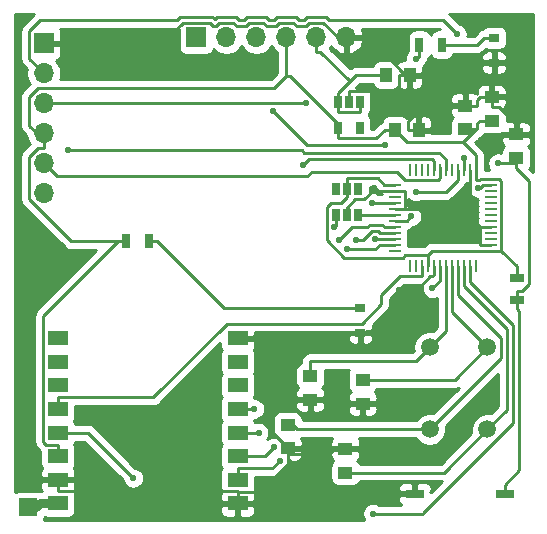
<source format=gbl>
G04 #@! TF.GenerationSoftware,KiCad,Pcbnew,5.1.7-a382d34a8~88~ubuntu18.04.1*
G04 #@! TF.CreationDate,2021-07-31T18:48:42+05:30*
G04 #@! TF.ProjectId,FrontEnd_HeavyDevice_v1,46726f6e-7445-46e6-945f-486561767944,rev?*
G04 #@! TF.SameCoordinates,Original*
G04 #@! TF.FileFunction,Copper,L2,Bot*
G04 #@! TF.FilePolarity,Positive*
%FSLAX46Y46*%
G04 Gerber Fmt 4.6, Leading zero omitted, Abs format (unit mm)*
G04 Created by KiCad (PCBNEW 5.1.7-a382d34a8~88~ubuntu18.04.1) date 2021-07-31 18:48:42*
%MOMM*%
%LPD*%
G01*
G04 APERTURE LIST*
G04 #@! TA.AperFunction,ComponentPad*
%ADD10O,1.700000X1.700000*%
G04 #@! TD*
G04 #@! TA.AperFunction,ComponentPad*
%ADD11R,1.700000X1.700000*%
G04 #@! TD*
G04 #@! TA.AperFunction,SMDPad,CuDef*
%ADD12R,1.000000X0.230000*%
G04 #@! TD*
G04 #@! TA.AperFunction,SMDPad,CuDef*
%ADD13R,0.230000X1.000000*%
G04 #@! TD*
G04 #@! TA.AperFunction,ComponentPad*
%ADD14R,1.524000X1.524000*%
G04 #@! TD*
G04 #@! TA.AperFunction,SMDPad,CuDef*
%ADD15R,1.000000X1.250000*%
G04 #@! TD*
G04 #@! TA.AperFunction,SMDPad,CuDef*
%ADD16R,1.250000X1.000000*%
G04 #@! TD*
G04 #@! TA.AperFunction,SMDPad,CuDef*
%ADD17R,0.900000X0.800000*%
G04 #@! TD*
G04 #@! TA.AperFunction,SMDPad,CuDef*
%ADD18R,0.700000X1.300000*%
G04 #@! TD*
G04 #@! TA.AperFunction,SMDPad,CuDef*
%ADD19R,1.300000X0.700000*%
G04 #@! TD*
G04 #@! TA.AperFunction,SMDPad,CuDef*
%ADD20R,1.600000X0.760000*%
G04 #@! TD*
G04 #@! TA.AperFunction,SMDPad,CuDef*
%ADD21R,0.650000X1.060000*%
G04 #@! TD*
G04 #@! TA.AperFunction,SMDPad,CuDef*
%ADD22R,1.700000X1.200000*%
G04 #@! TD*
G04 #@! TA.AperFunction,ComponentPad*
%ADD23C,1.500000*%
G04 #@! TD*
G04 #@! TA.AperFunction,ViaPad*
%ADD24C,0.550000*%
G04 #@! TD*
G04 #@! TA.AperFunction,Conductor*
%ADD25C,0.800000*%
G04 #@! TD*
G04 #@! TA.AperFunction,Conductor*
%ADD26C,0.250000*%
G04 #@! TD*
G04 #@! TA.AperFunction,Conductor*
%ADD27C,0.229800*%
G04 #@! TD*
G04 #@! TA.AperFunction,Conductor*
%ADD28C,0.254000*%
G04 #@! TD*
G04 #@! TA.AperFunction,Conductor*
%ADD29C,0.150000*%
G04 #@! TD*
G04 APERTURE END LIST*
D10*
X124240000Y-77890000D03*
X121700000Y-77890000D03*
X119160000Y-77890000D03*
X116620000Y-77890000D03*
X114080000Y-77890000D03*
D11*
X111540000Y-77890000D03*
X98623100Y-78399600D03*
D10*
X98623100Y-80939600D03*
X98623100Y-83479600D03*
X98623100Y-86019600D03*
X98623100Y-88559600D03*
X98623100Y-91099600D03*
D12*
X136464000Y-90878700D03*
D13*
X135194000Y-97228700D03*
X134686000Y-97228700D03*
X134178000Y-97228700D03*
X133670000Y-97228700D03*
X133162000Y-97228700D03*
X132654000Y-97228700D03*
X132146000Y-97228700D03*
X131638000Y-97228700D03*
X131130000Y-97228700D03*
X130622000Y-97228700D03*
X130114000Y-97228700D03*
X129606000Y-97228700D03*
D12*
X128336000Y-95958700D03*
X128336000Y-95450700D03*
X128336000Y-94434700D03*
X128336000Y-93926700D03*
X128336000Y-93418700D03*
X128336000Y-92910700D03*
X128336000Y-92402700D03*
X128336000Y-91894700D03*
X128336000Y-91386700D03*
X128336000Y-90878700D03*
X128336000Y-90370700D03*
D13*
X130114000Y-89100700D03*
X130622000Y-89100700D03*
X131130000Y-89100700D03*
X131638000Y-89100700D03*
X132146000Y-89100700D03*
X132654000Y-89100700D03*
X133162000Y-89100700D03*
X133670000Y-89100700D03*
X134178000Y-89100700D03*
X134686000Y-89100700D03*
X135194000Y-89100700D03*
D12*
X136464000Y-90370700D03*
X136464000Y-91386700D03*
X136464000Y-91894700D03*
X136464000Y-92402700D03*
X136464000Y-92910700D03*
X136464000Y-93418700D03*
X136464000Y-93926700D03*
X136464000Y-94434700D03*
X136464000Y-94942700D03*
X136464000Y-95450700D03*
X136464000Y-95958700D03*
D13*
X129606000Y-89100700D03*
D12*
X128336000Y-94942700D03*
D14*
X97287100Y-117704000D03*
D15*
X127588000Y-81087000D03*
X129588000Y-81087000D03*
X130347000Y-85750400D03*
X128347000Y-85750400D03*
D16*
X138613000Y-88114400D03*
X138613000Y-86114400D03*
X124153000Y-114741000D03*
X124153000Y-112741000D03*
X119266000Y-110699000D03*
X119266000Y-112699000D03*
X125611000Y-106904000D03*
X125611000Y-108904000D03*
X121176000Y-108564000D03*
X121176000Y-106564000D03*
X134290000Y-83681100D03*
X134290000Y-85681100D03*
X136538000Y-84943700D03*
X136538000Y-82943700D03*
D17*
X125430000Y-102901000D03*
X125430000Y-100801000D03*
X136738000Y-77936400D03*
X136738000Y-80036400D03*
D18*
X107506000Y-95168700D03*
X105606000Y-95168700D03*
D19*
X138671000Y-100131900D03*
X138671000Y-98231900D03*
D18*
X130424000Y-78516500D03*
X132324000Y-78516500D03*
D20*
X137645000Y-116535000D03*
X130025000Y-116535000D03*
D21*
X123500000Y-85534700D03*
X125400000Y-85534700D03*
X125400000Y-83334700D03*
X124450000Y-83334700D03*
X123500000Y-83334700D03*
D22*
X99814000Y-117360000D03*
X99814000Y-115360000D03*
X99814000Y-113360000D03*
X99814000Y-111360000D03*
X99814000Y-109360000D03*
X99814000Y-107360000D03*
X99814000Y-105360000D03*
X99814000Y-103360000D03*
X115044000Y-103360000D03*
X115044000Y-105360000D03*
X115044000Y-107360000D03*
X115044000Y-109360000D03*
X115044000Y-111360000D03*
X115044000Y-113360000D03*
X115044000Y-115360000D03*
X115044000Y-117360000D03*
D21*
X125235000Y-92918500D03*
X124285000Y-92918500D03*
X123335000Y-92918500D03*
X123335000Y-90718500D03*
X125235000Y-90718500D03*
X124285000Y-90718500D03*
D23*
X136177000Y-111097000D03*
X131297000Y-111097000D03*
X131282000Y-104140000D03*
X136162000Y-104140000D03*
D24*
X126559600Y-90690500D03*
X128701800Y-99247960D03*
X137066500Y-88552000D03*
X131523740Y-99141280D03*
X100684200Y-87466000D03*
X120818600Y-83479600D03*
X134159100Y-88073000D03*
X135387500Y-90642900D03*
X133588760Y-77604620D03*
X120566180Y-88719660D03*
X126418800Y-91894700D03*
X118030400Y-84135300D03*
X127540500Y-87024700D03*
X129739400Y-93058400D03*
X130106100Y-90964500D03*
X130106100Y-79704300D03*
X124317800Y-95859900D03*
X118610300Y-113737800D03*
X106197400Y-115209320D03*
X126494540Y-118219220D03*
X126644600Y-94942700D03*
X116449800Y-109360000D03*
X125094200Y-95048200D03*
X116798400Y-111360000D03*
X123613700Y-95048200D03*
X118110300Y-112621500D03*
X123215900Y-93984600D03*
D25*
X99814000Y-117360000D02*
X98313700Y-117360000D01*
X98313700Y-117360000D02*
X97969700Y-117704000D01*
X97969700Y-117704000D02*
X97287100Y-117704000D01*
D26*
X121700000Y-77890000D02*
X121700000Y-79115300D01*
X124522900Y-81607600D02*
X122030600Y-79115300D01*
X122030600Y-79115300D02*
X121700000Y-79115300D01*
X124522900Y-81607600D02*
X125043500Y-81087000D01*
X125043500Y-81087000D02*
X126712700Y-81087000D01*
X123500000Y-82727500D02*
X123500000Y-82630500D01*
X123500000Y-82630500D02*
X124522900Y-81607600D01*
X123500000Y-83334700D02*
X123500000Y-82727500D01*
X127588000Y-81087000D02*
X126712700Y-81087000D01*
X123500000Y-83787300D02*
X123500000Y-83334700D01*
X123500000Y-83787300D02*
X123500000Y-84240000D01*
X125400000Y-83334700D02*
X125400000Y-84240000D01*
X123500000Y-84240000D02*
X125400000Y-84240000D01*
X129211300Y-92402700D02*
X128336000Y-92402700D01*
X134064700Y-92402700D02*
X129211300Y-92402700D01*
X129211300Y-92402700D02*
X129211300Y-90878700D01*
X128336000Y-90878700D02*
X129211300Y-90878700D01*
X130366900Y-84072300D02*
X129471700Y-84967500D01*
X129471700Y-84967500D02*
X129471700Y-85750400D01*
X134290000Y-83681100D02*
X130758100Y-83681100D01*
X130758100Y-83681100D02*
X130366900Y-84072300D01*
X130366900Y-84072300D02*
X128712700Y-82418100D01*
X128712700Y-82418100D02*
X124461300Y-82418100D01*
X124461300Y-82418100D02*
X124450000Y-82429400D01*
X128712700Y-82418100D02*
X128712700Y-81087000D01*
X135040300Y-83681100D02*
X134290000Y-83681100D01*
X135040300Y-83681100D02*
X135290300Y-83681100D01*
X129150400Y-81087000D02*
X129150400Y-80961800D01*
X129150400Y-80961800D02*
X126078600Y-77890000D01*
X126078600Y-77890000D02*
X124240000Y-77890000D01*
X119266000Y-112917800D02*
X119266000Y-112699000D01*
X120154300Y-108564000D02*
X121176000Y-108564000D01*
X115044000Y-116384700D02*
X116883200Y-116384700D01*
X116883200Y-116384700D02*
X119266000Y-114001900D01*
X119266000Y-114001900D02*
X119266000Y-113574300D01*
X135588700Y-95450700D02*
X135588700Y-93926700D01*
X135588700Y-93926700D02*
X134064700Y-92402700D01*
X134064700Y-92402700D02*
X134686000Y-91781400D01*
X134686000Y-91781400D02*
X134686000Y-89100700D01*
X124285000Y-92918500D02*
X124285000Y-92331300D01*
X124285000Y-92331300D02*
X124992400Y-91623900D01*
X124992400Y-91623900D02*
X124992400Y-91623800D01*
X124992400Y-91623800D02*
X125728700Y-91623800D01*
X125728700Y-91623800D02*
X126559600Y-90792900D01*
X126559600Y-90792900D02*
X126559600Y-90690500D01*
X126559600Y-90690500D02*
X126747800Y-90878700D01*
X126747800Y-90878700D02*
X128336000Y-90878700D01*
X120154300Y-104155600D02*
X117064900Y-104155600D01*
X117064900Y-104155600D02*
X116269300Y-103360000D01*
X115044000Y-103360000D02*
X116269300Y-103360000D01*
X129150400Y-81087000D02*
X128712700Y-81087000D01*
X129588000Y-81087000D02*
X129150400Y-81087000D01*
X136464000Y-93926700D02*
X135588700Y-93926700D01*
X136464000Y-95450700D02*
X135588700Y-95450700D01*
X138613000Y-86114400D02*
X138613000Y-85239100D01*
X136538000Y-82943700D02*
X136538000Y-83819000D01*
X136538000Y-83819000D02*
X137192900Y-83819000D01*
X137192900Y-83819000D02*
X138613000Y-85239100D01*
X136037900Y-82943700D02*
X136538000Y-82943700D01*
X136037900Y-82943700D02*
X135537700Y-82943700D01*
X130347000Y-85750400D02*
X129471700Y-85750400D01*
X119266000Y-112917800D02*
X119266000Y-113136600D01*
X124153000Y-112741000D02*
X123152700Y-112741000D01*
X119266000Y-113136600D02*
X122757100Y-113136600D01*
X122757100Y-113136600D02*
X123152700Y-112741000D01*
X119266000Y-113136600D02*
X119266000Y-113574300D01*
X121176000Y-108564000D02*
X122176300Y-108564000D01*
X125611000Y-108904000D02*
X122516300Y-108904000D01*
X122516300Y-108904000D02*
X122176300Y-108564000D01*
X135290300Y-83681100D02*
X135290300Y-83191100D01*
X135290300Y-83191100D02*
X135537700Y-82943700D01*
X136738000Y-80036400D02*
X136738000Y-80811700D01*
X136738000Y-80811700D02*
X136538000Y-81011700D01*
X136538000Y-81011700D02*
X136538000Y-82943700D01*
X130025000Y-116535000D02*
X122226700Y-116535000D01*
X122226700Y-116535000D02*
X119266000Y-113574300D01*
X124450000Y-83334700D02*
X124450000Y-82429400D01*
X99814000Y-115360000D02*
X99814000Y-116335300D01*
X99814000Y-116335300D02*
X114994600Y-116335300D01*
X114994600Y-116335300D02*
X115044000Y-116384700D01*
X115044000Y-117360000D02*
X115044000Y-116384700D01*
X130185540Y-99247960D02*
X128701800Y-99247960D01*
X131638000Y-97228700D02*
X131638000Y-97978700D01*
X126255300Y-102901000D02*
X128701800Y-100454500D01*
X128701800Y-100454500D02*
X128701800Y-99247960D01*
X131512700Y-98104000D02*
X131329500Y-98104000D01*
X131329500Y-98104000D02*
X130185540Y-99247960D01*
X131638000Y-97978700D02*
X131512700Y-98104000D01*
X125430000Y-102901000D02*
X126255300Y-102901000D01*
X119687340Y-104622560D02*
X120154300Y-104155600D01*
X120154300Y-108564000D02*
X119687340Y-108097040D01*
X119687340Y-108097040D02*
X119687340Y-104622560D01*
X120159740Y-104150160D02*
X120154300Y-104155600D01*
X125430000Y-102901000D02*
X125430000Y-104150160D01*
X125430000Y-104150160D02*
X120159740Y-104150160D01*
X118340999Y-109425881D02*
X119202880Y-108564000D01*
X117830600Y-109895640D02*
X118300359Y-109425881D01*
X119266000Y-112699000D02*
X117830600Y-111263600D01*
X119202880Y-108564000D02*
X120154300Y-108564000D01*
X118300359Y-109425881D02*
X118340999Y-109425881D01*
X117830600Y-111263600D02*
X117830600Y-109895640D01*
X108655398Y-78399600D02*
X110389999Y-76664999D01*
X112963773Y-76938771D02*
X113218227Y-76938771D01*
X113218227Y-76938771D02*
X113491999Y-76664999D01*
X110389999Y-76664999D02*
X112690001Y-76664999D01*
X112690001Y-76664999D02*
X112963773Y-76938771D01*
X121111999Y-76664999D02*
X122288001Y-76664999D01*
X116031999Y-76664999D02*
X117208001Y-76664999D01*
X122288001Y-76664999D02*
X123513002Y-77890000D01*
X114941773Y-76938771D02*
X115758227Y-76938771D01*
X117208001Y-76664999D02*
X117481773Y-76938771D01*
X123513002Y-77890000D02*
X124240000Y-77890000D01*
X115758227Y-76938771D02*
X116031999Y-76664999D01*
X120838227Y-76938771D02*
X121111999Y-76664999D01*
X98623100Y-78399600D02*
X108655398Y-78399600D01*
X120021773Y-76938771D02*
X120838227Y-76938771D01*
X117481773Y-76938771D02*
X118298227Y-76938771D01*
X119748001Y-76664999D02*
X120021773Y-76938771D01*
X114668001Y-76664999D02*
X114941773Y-76938771D01*
X113491999Y-76664999D02*
X114668001Y-76664999D01*
X118571999Y-76664999D02*
X119748001Y-76664999D01*
X118298227Y-76938771D02*
X118571999Y-76664999D01*
X123500000Y-85534700D02*
X123500000Y-85218100D01*
X123500000Y-85218100D02*
X119476600Y-81194700D01*
X119476600Y-81194700D02*
X119160000Y-81194700D01*
X124285000Y-91397400D02*
X123790500Y-91891900D01*
X123790500Y-91891900D02*
X122937500Y-91891900D01*
X122937500Y-91891900D02*
X122562400Y-92267000D01*
X122562400Y-92267000D02*
X122562400Y-95025900D01*
X122562400Y-95025900D02*
X124078300Y-96541800D01*
X124078300Y-96541800D02*
X129044400Y-96541800D01*
X129044400Y-96541800D02*
X129232800Y-96353400D01*
X129232800Y-96353400D02*
X131130000Y-96353400D01*
X131130000Y-96353400D02*
X131524700Y-95958700D01*
X131524700Y-95958700D02*
X136464000Y-95958700D01*
X119160000Y-77890000D02*
X119160000Y-81194700D01*
X124285000Y-91171100D02*
X124285000Y-91397400D01*
X137339300Y-95958700D02*
X138671000Y-97290400D01*
X138671000Y-97290400D02*
X138671000Y-98231900D01*
X135194000Y-89976000D02*
X135504200Y-89976000D01*
X135504200Y-89976000D02*
X135613700Y-89866500D01*
X135613700Y-89866500D02*
X137145300Y-89866500D01*
X137145300Y-89866500D02*
X137339300Y-90060500D01*
X137339300Y-90060500D02*
X137339300Y-95958700D01*
X131130000Y-97228700D02*
X131130000Y-96353400D01*
X136776600Y-95958700D02*
X136464000Y-95958700D01*
X134076300Y-86781200D02*
X129377800Y-86781200D01*
X129377800Y-86781200D02*
X128347000Y-85750400D01*
X135176400Y-85681100D02*
X134076300Y-86781200D01*
X134076300Y-86781200D02*
X135194000Y-87898900D01*
X135194000Y-87898900D02*
X135194000Y-89100700D01*
X98623100Y-86600100D02*
X97393600Y-85370600D01*
X97393600Y-85370600D02*
X97393600Y-82926100D01*
X97393600Y-82926100D02*
X98110000Y-82209700D01*
X98110000Y-82209700D02*
X118145000Y-82209700D01*
X118145000Y-82209700D02*
X119160000Y-81194700D01*
X98623100Y-86600100D02*
X98623100Y-87244900D01*
X98623100Y-86019600D02*
X98623100Y-86600100D01*
X135194000Y-89100700D02*
X135194000Y-89976000D01*
X128336000Y-90370700D02*
X127460700Y-90370700D01*
X124285000Y-90718500D02*
X124285000Y-89813200D01*
X124285000Y-89813200D02*
X126903200Y-89813200D01*
X126903200Y-89813200D02*
X127460700Y-90370700D01*
X124285000Y-91171100D02*
X124285000Y-90718500D01*
X98623100Y-87244900D02*
X98163600Y-87244900D01*
X98163600Y-87244900D02*
X97396500Y-88012000D01*
X97396500Y-88012000D02*
X97396500Y-91625900D01*
X97396500Y-91625900D02*
X100939300Y-95168700D01*
X100939300Y-95168700D02*
X104880700Y-95168700D01*
X127471700Y-85750400D02*
X126782100Y-86440000D01*
X126782100Y-86440000D02*
X123500000Y-86440000D01*
X136776600Y-95958700D02*
X137339300Y-95958700D01*
X135176400Y-85681100D02*
X135290300Y-85681100D01*
X135108200Y-85681100D02*
X135176400Y-85681100D01*
X134290000Y-85681100D02*
X135108200Y-85681100D01*
X136538000Y-84943700D02*
X135537700Y-84943700D01*
X135290300Y-85681100D02*
X135290300Y-85191100D01*
X135290300Y-85191100D02*
X135537700Y-84943700D01*
X99814000Y-113360000D02*
X99814000Y-112384700D01*
X105606000Y-95168700D02*
X104880700Y-95168700D01*
X128347000Y-85750400D02*
X127471700Y-85750400D01*
X123500000Y-85534700D02*
X123500000Y-86440000D01*
X99814000Y-112384700D02*
X98838700Y-112384700D01*
X98838700Y-112384700D02*
X98588600Y-112134600D01*
X98588600Y-112134600D02*
X98588600Y-101460800D01*
X98588600Y-101460800D02*
X104880700Y-95168700D01*
X138671000Y-100131900D02*
X138671000Y-100857200D01*
X137645000Y-116535000D02*
X137645000Y-115779700D01*
X137645000Y-115779700D02*
X138867800Y-114556900D01*
X138867800Y-114556900D02*
X138867800Y-101054000D01*
X138867800Y-101054000D02*
X138671000Y-100857200D01*
X138671000Y-99406600D02*
X139069800Y-99406600D01*
X139069800Y-99406600D02*
X139703600Y-98772800D01*
X139703600Y-98772800D02*
X139703600Y-90080300D01*
X139703600Y-90080300D02*
X138613000Y-88989700D01*
X138613000Y-88552000D02*
X137066500Y-88552000D01*
X138613000Y-88552000D02*
X138613000Y-88989700D01*
X138613000Y-88114400D02*
X138613000Y-88552000D01*
X138671000Y-100131900D02*
X138671000Y-99406600D01*
X132146000Y-97228700D02*
X132146000Y-98519020D01*
X132146000Y-98519020D02*
X131523740Y-99141280D01*
X136177000Y-111097000D02*
X137840700Y-109433300D01*
X137840700Y-109433300D02*
X137840700Y-102628300D01*
X137840700Y-102628300D02*
X134178000Y-98965600D01*
X134178000Y-98965600D02*
X134178000Y-97228700D01*
X136177000Y-111097000D02*
X132533000Y-114741000D01*
X132533000Y-114741000D02*
X124153000Y-114741000D01*
X131297000Y-111097000D02*
X137332300Y-105061700D01*
X137332300Y-105061700D02*
X137332300Y-103352700D01*
X137332300Y-103352700D02*
X133670000Y-99690400D01*
X133670000Y-99690400D02*
X133670000Y-97228700D01*
X120050420Y-111097000D02*
X119766008Y-110812588D01*
X131297000Y-111097000D02*
X120050420Y-111097000D01*
X136162000Y-104140000D02*
X133162000Y-101140000D01*
X133162000Y-101140000D02*
X133162000Y-97228700D01*
X136162000Y-104140000D02*
X133398000Y-106904000D01*
X133398000Y-106904000D02*
X125611000Y-106904000D01*
X131282000Y-104140000D02*
X132654000Y-102768000D01*
X132654000Y-102768000D02*
X132654000Y-97228700D01*
X130111060Y-105310940D02*
X131282000Y-104140000D01*
X121176000Y-106564000D02*
X121176000Y-105310940D01*
X121176000Y-105310940D02*
X130111060Y-105310940D01*
X108231300Y-95168700D02*
X113863600Y-100801000D01*
X113863600Y-100801000D02*
X124604700Y-100801000D01*
X107506000Y-95168700D02*
X108231300Y-95168700D01*
X125430000Y-100801000D02*
X124604700Y-100801000D01*
X136738000Y-77936400D02*
X135912700Y-77936400D01*
X132324000Y-78516500D02*
X135332600Y-78516500D01*
X135332600Y-78516500D02*
X135912700Y-77936400D01*
X100684200Y-87466000D02*
X120441400Y-87466000D01*
X120441400Y-87466000D02*
X120650400Y-87675000D01*
X120650400Y-87675000D02*
X132103600Y-87675000D01*
X132103600Y-87675000D02*
X132654000Y-88225400D01*
X132654000Y-89100700D02*
X132654000Y-88225400D01*
D27*
X132138400Y-88908900D02*
X132138400Y-89093100D01*
X132138400Y-89093100D02*
X132146000Y-89100700D01*
D26*
X99473099Y-89409599D02*
X98623100Y-88559600D01*
X120939142Y-89674462D02*
X99737962Y-89674462D01*
X128505390Y-89313190D02*
X121300414Y-89313190D01*
X132138400Y-89840600D02*
X132003000Y-89976000D01*
X132003000Y-89976000D02*
X129168200Y-89976000D01*
X129168200Y-89976000D02*
X128505390Y-89313190D01*
X132138400Y-88908900D02*
X132138400Y-89840600D01*
X99737962Y-89674462D02*
X99473099Y-89409599D01*
X121300414Y-89313190D02*
X120939142Y-89674462D01*
X134178000Y-89100700D02*
X134178000Y-88091900D01*
X134178000Y-88091900D02*
X134159100Y-88073000D01*
X98623100Y-83479600D02*
X120818600Y-83479600D01*
X136464000Y-90370700D02*
X135826300Y-90370700D01*
X135826300Y-90370700D02*
X135554100Y-90642900D01*
X135554100Y-90642900D02*
X135387500Y-90642900D01*
X132422900Y-76438760D02*
X133588760Y-77604620D01*
X122768884Y-76438760D02*
X132422900Y-76438760D01*
X120904888Y-76164988D02*
X122495113Y-76164989D01*
X120631116Y-76438760D02*
X120904888Y-76164988D01*
X118364888Y-76164988D02*
X119955113Y-76164989D01*
X112897113Y-76164989D02*
X113091000Y-76358876D01*
X110182888Y-76164988D02*
X112897113Y-76164989D01*
X117688884Y-76438760D02*
X118091116Y-76438760D01*
X120228884Y-76438760D02*
X120631116Y-76438760D01*
X119955113Y-76164989D02*
X120228884Y-76438760D01*
X98623100Y-80939600D02*
X97397700Y-79714200D01*
X118091116Y-76438760D02*
X118364888Y-76164988D01*
X97397700Y-79714200D02*
X97397700Y-77378200D01*
X98337140Y-76438760D02*
X109909116Y-76438760D01*
X97397700Y-77378200D02*
X98337140Y-76438760D01*
X109909116Y-76438760D02*
X110182888Y-76164988D01*
X113091000Y-76358876D02*
X113284888Y-76164988D01*
X113284888Y-76164988D02*
X114875113Y-76164989D01*
X114875113Y-76164989D02*
X115148884Y-76438760D01*
X122495113Y-76164989D02*
X122768884Y-76438760D01*
X115824888Y-76164988D02*
X117415113Y-76164989D01*
X115148884Y-76438760D02*
X115551116Y-76438760D01*
X115551116Y-76438760D02*
X115824888Y-76164988D01*
X117415113Y-76164989D02*
X117688884Y-76438760D01*
X131465261Y-88177961D02*
X121107879Y-88177961D01*
X121107879Y-88177961D02*
X120566180Y-88719660D01*
X131638000Y-88350700D02*
X131465261Y-88177961D01*
X131638000Y-89100700D02*
X131638000Y-88350700D01*
X127460700Y-91894700D02*
X126418800Y-91894700D01*
X128336000Y-91894700D02*
X127460700Y-91894700D01*
X127540500Y-87024700D02*
X120919800Y-87024700D01*
X120919800Y-87024700D02*
X118030400Y-84135300D01*
X129211300Y-93418700D02*
X129379100Y-93418700D01*
X129379100Y-93418700D02*
X129739400Y-93058400D01*
X128336000Y-93418700D02*
X129211300Y-93418700D01*
X133670000Y-89100700D02*
X133670000Y-89976000D01*
X130424000Y-78516500D02*
X130424000Y-79541800D01*
X130424000Y-79541800D02*
X130268600Y-79541800D01*
X130268600Y-79541800D02*
X130106100Y-79704300D01*
X130106100Y-90964500D02*
X132681500Y-90964500D01*
X132681500Y-90964500D02*
X133670000Y-89976000D01*
X124317800Y-95859900D02*
X126647200Y-95859900D01*
X126647200Y-95859900D02*
X127056400Y-95450700D01*
X127056400Y-95450700D02*
X128336000Y-95450700D01*
X115044000Y-114384700D02*
X117963400Y-114384700D01*
X117963400Y-114384700D02*
X118610300Y-113737800D01*
X115044000Y-115360000D02*
X115044000Y-114384700D01*
X138358300Y-110562400D02*
X138358300Y-102275500D01*
X138358300Y-102275500D02*
X134686000Y-98603200D01*
X134686000Y-98603200D02*
X134686000Y-97228700D01*
X102348080Y-111360000D02*
X106197400Y-115209320D01*
X99814000Y-111360000D02*
X102348080Y-111360000D01*
X130701480Y-118219220D02*
X130713830Y-118206870D01*
X126494540Y-118219220D02*
X130701480Y-118219220D01*
X130713830Y-118206870D02*
X138358300Y-110562400D01*
X130622000Y-98104000D02*
X128810096Y-98104000D01*
X125554201Y-102125999D02*
X114152999Y-102125999D01*
X114152999Y-102125999D02*
X107894298Y-108384700D01*
X127167300Y-99746796D02*
X127167300Y-100512900D01*
X130622000Y-97228700D02*
X130622000Y-98104000D01*
X128810096Y-98104000D02*
X127167300Y-99746796D01*
X99814000Y-108384700D02*
X99814000Y-109360000D01*
X107894298Y-108384700D02*
X99814000Y-108384700D01*
X127167300Y-100512900D02*
X125554201Y-102125999D01*
X115044000Y-109360000D02*
X116449800Y-109360000D01*
X126644600Y-94942700D02*
X128336000Y-94942700D01*
X128336000Y-94434700D02*
X127056400Y-94434700D01*
X127056400Y-94434700D02*
X126914100Y-94292400D01*
X126914100Y-94292400D02*
X126375200Y-94292400D01*
X126375200Y-94292400D02*
X125619400Y-95048200D01*
X125619400Y-95048200D02*
X125094200Y-95048200D01*
X115044000Y-111360000D02*
X116798400Y-111360000D01*
X127460700Y-93926700D02*
X127326100Y-93792100D01*
X127326100Y-93792100D02*
X126167900Y-93792100D01*
X126167900Y-93792100D02*
X126033300Y-93926700D01*
X126033300Y-93926700D02*
X124735200Y-93926700D01*
X124735200Y-93926700D02*
X123613700Y-95048200D01*
X128336000Y-93926700D02*
X127460700Y-93926700D01*
X115044000Y-113360000D02*
X117371800Y-113360000D01*
X117371800Y-113360000D02*
X118110300Y-112621500D01*
X127460700Y-92910700D02*
X125242800Y-92910700D01*
X125242800Y-92910700D02*
X125235000Y-92918500D01*
X128336000Y-92910700D02*
X127460700Y-92910700D01*
X123335000Y-93371100D02*
X123335000Y-93865500D01*
X123335000Y-93865500D02*
X123215900Y-93984600D01*
X123335000Y-92918500D02*
X123335000Y-93371100D01*
D28*
X97773341Y-75927757D02*
X96886698Y-76814401D01*
X96857700Y-76838199D01*
X96833902Y-76867197D01*
X96833901Y-76867198D01*
X96762726Y-76953924D01*
X96692154Y-77085954D01*
X96679909Y-77126323D01*
X96648698Y-77229214D01*
X96638184Y-77335963D01*
X96634024Y-77378200D01*
X96637701Y-77415532D01*
X96637700Y-79676877D01*
X96634024Y-79714200D01*
X96637700Y-79751522D01*
X96637700Y-79751532D01*
X96648697Y-79863185D01*
X96669409Y-79931463D01*
X96692154Y-80006446D01*
X96762726Y-80138476D01*
X96783181Y-80163400D01*
X96857699Y-80254201D01*
X96886703Y-80278004D01*
X97181891Y-80573192D01*
X97138100Y-80793340D01*
X97138100Y-81085860D01*
X97195168Y-81372758D01*
X97307110Y-81643011D01*
X97425181Y-81819717D01*
X96882598Y-82362301D01*
X96853600Y-82386099D01*
X96829802Y-82415097D01*
X96829801Y-82415098D01*
X96758626Y-82501824D01*
X96688054Y-82633854D01*
X96662044Y-82719600D01*
X96644598Y-82777114D01*
X96642866Y-82794699D01*
X96629924Y-82926100D01*
X96633601Y-82963432D01*
X96633600Y-85333277D01*
X96629924Y-85370600D01*
X96633600Y-85407922D01*
X96633600Y-85407932D01*
X96644597Y-85519585D01*
X96681845Y-85642376D01*
X96688054Y-85662846D01*
X96758626Y-85794876D01*
X96787523Y-85830087D01*
X96853599Y-85910601D01*
X96882603Y-85934404D01*
X97144070Y-86195871D01*
X97195168Y-86452758D01*
X97307110Y-86723011D01*
X97428706Y-86904992D01*
X96885502Y-87448197D01*
X96856499Y-87471999D01*
X96808733Y-87530203D01*
X96761526Y-87587724D01*
X96746955Y-87614985D01*
X96690954Y-87719754D01*
X96647497Y-87863015D01*
X96636500Y-87974668D01*
X96636500Y-87974678D01*
X96632824Y-88012000D01*
X96636500Y-88049323D01*
X96636501Y-91588568D01*
X96632824Y-91625900D01*
X96636501Y-91663233D01*
X96647498Y-91774886D01*
X96656655Y-91805073D01*
X96690954Y-91918146D01*
X96761526Y-92050176D01*
X96795196Y-92091202D01*
X96856500Y-92165901D01*
X96885498Y-92189699D01*
X100375500Y-95679702D01*
X100399299Y-95708701D01*
X100515024Y-95803674D01*
X100647053Y-95874246D01*
X100790314Y-95917703D01*
X100901967Y-95928700D01*
X100901977Y-95928700D01*
X100939300Y-95932376D01*
X100976623Y-95928700D01*
X103045898Y-95928700D01*
X98077598Y-100897001D01*
X98048600Y-100920799D01*
X98024802Y-100949797D01*
X98024801Y-100949798D01*
X97953626Y-101036524D01*
X97883054Y-101168554D01*
X97839598Y-101311815D01*
X97824924Y-101460800D01*
X97828601Y-101498132D01*
X97828600Y-112097278D01*
X97824924Y-112134600D01*
X97828600Y-112171922D01*
X97828600Y-112171932D01*
X97839597Y-112283585D01*
X97876581Y-112405506D01*
X97883054Y-112426846D01*
X97953626Y-112558876D01*
X97964397Y-112572000D01*
X98048599Y-112674601D01*
X98077603Y-112698404D01*
X98274896Y-112895697D01*
X98298699Y-112924701D01*
X98325928Y-112947047D01*
X98325928Y-113960000D01*
X98338188Y-114084482D01*
X98374498Y-114204180D01*
X98433463Y-114314494D01*
X98470809Y-114360000D01*
X98433463Y-114405506D01*
X98374498Y-114515820D01*
X98338188Y-114635518D01*
X98325928Y-114760000D01*
X98329000Y-115074250D01*
X98487750Y-115233000D01*
X99687000Y-115233000D01*
X99687000Y-115213000D01*
X99941000Y-115213000D01*
X99941000Y-115233000D01*
X101140250Y-115233000D01*
X101299000Y-115074250D01*
X101302072Y-114760000D01*
X101289812Y-114635518D01*
X101253502Y-114515820D01*
X101194537Y-114405506D01*
X101157191Y-114360000D01*
X101194537Y-114314494D01*
X101253502Y-114204180D01*
X101289812Y-114084482D01*
X101302072Y-113960000D01*
X101302072Y-112760000D01*
X101289812Y-112635518D01*
X101253502Y-112515820D01*
X101194537Y-112405506D01*
X101157191Y-112360000D01*
X101194537Y-112314494D01*
X101253502Y-112204180D01*
X101279038Y-112120000D01*
X102033279Y-112120000D01*
X105306066Y-115392788D01*
X105322371Y-115474757D01*
X105390969Y-115640367D01*
X105490557Y-115789411D01*
X105617309Y-115916163D01*
X105766353Y-116015751D01*
X105931963Y-116084349D01*
X106107773Y-116119320D01*
X106287027Y-116119320D01*
X106462837Y-116084349D01*
X106628447Y-116015751D01*
X106777491Y-115916163D01*
X106904243Y-115789411D01*
X107003831Y-115640367D01*
X107072429Y-115474757D01*
X107107400Y-115298947D01*
X107107400Y-115119693D01*
X107072429Y-114943883D01*
X107003831Y-114778273D01*
X106904243Y-114629229D01*
X106777491Y-114502477D01*
X106628447Y-114402889D01*
X106462837Y-114334291D01*
X106380868Y-114317986D01*
X102911884Y-110849003D01*
X102888081Y-110819999D01*
X102772356Y-110725026D01*
X102640327Y-110654454D01*
X102497066Y-110610997D01*
X102385413Y-110600000D01*
X102385402Y-110600000D01*
X102348080Y-110596324D01*
X102310758Y-110600000D01*
X101279038Y-110600000D01*
X101253502Y-110515820D01*
X101194537Y-110405506D01*
X101157191Y-110360000D01*
X101194537Y-110314494D01*
X101253502Y-110204180D01*
X101289812Y-110084482D01*
X101302072Y-109960000D01*
X101302072Y-109144700D01*
X107856976Y-109144700D01*
X107894298Y-109148376D01*
X107931620Y-109144700D01*
X107931631Y-109144700D01*
X108043284Y-109133703D01*
X108186545Y-109090246D01*
X108318574Y-109019674D01*
X108434299Y-108924701D01*
X108458102Y-108895697D01*
X113557529Y-103796271D01*
X113555928Y-103960000D01*
X113568188Y-104084482D01*
X113604498Y-104204180D01*
X113663463Y-104314494D01*
X113700809Y-104360000D01*
X113663463Y-104405506D01*
X113604498Y-104515820D01*
X113568188Y-104635518D01*
X113555928Y-104760000D01*
X113555928Y-105960000D01*
X113568188Y-106084482D01*
X113604498Y-106204180D01*
X113663463Y-106314494D01*
X113700809Y-106360000D01*
X113663463Y-106405506D01*
X113604498Y-106515820D01*
X113568188Y-106635518D01*
X113555928Y-106760000D01*
X113555928Y-107960000D01*
X113568188Y-108084482D01*
X113604498Y-108204180D01*
X113663463Y-108314494D01*
X113700809Y-108360000D01*
X113663463Y-108405506D01*
X113604498Y-108515820D01*
X113568188Y-108635518D01*
X113555928Y-108760000D01*
X113555928Y-109960000D01*
X113568188Y-110084482D01*
X113604498Y-110204180D01*
X113663463Y-110314494D01*
X113700809Y-110360000D01*
X113663463Y-110405506D01*
X113604498Y-110515820D01*
X113568188Y-110635518D01*
X113555928Y-110760000D01*
X113555928Y-111960000D01*
X113568188Y-112084482D01*
X113604498Y-112204180D01*
X113663463Y-112314494D01*
X113700809Y-112360000D01*
X113663463Y-112405506D01*
X113604498Y-112515820D01*
X113568188Y-112635518D01*
X113555928Y-112760000D01*
X113555928Y-113960000D01*
X113568188Y-114084482D01*
X113604498Y-114204180D01*
X113663463Y-114314494D01*
X113700809Y-114360000D01*
X113663463Y-114405506D01*
X113604498Y-114515820D01*
X113568188Y-114635518D01*
X113555928Y-114760000D01*
X113555928Y-115960000D01*
X113568188Y-116084482D01*
X113604498Y-116204180D01*
X113663463Y-116314494D01*
X113700809Y-116360000D01*
X113663463Y-116405506D01*
X113604498Y-116515820D01*
X113568188Y-116635518D01*
X113555928Y-116760000D01*
X113559000Y-117074250D01*
X113717750Y-117233000D01*
X114917000Y-117233000D01*
X114917000Y-117213000D01*
X115171000Y-117213000D01*
X115171000Y-117233000D01*
X116370250Y-117233000D01*
X116529000Y-117074250D01*
X116532072Y-116760000D01*
X116519812Y-116635518D01*
X116483502Y-116515820D01*
X116424537Y-116405506D01*
X116387191Y-116360000D01*
X116424537Y-116314494D01*
X116483502Y-116204180D01*
X116498420Y-116155000D01*
X128586928Y-116155000D01*
X128590000Y-116249250D01*
X128748750Y-116408000D01*
X129898000Y-116408000D01*
X129898000Y-115678750D01*
X129739250Y-115520000D01*
X129225000Y-115516928D01*
X129100518Y-115529188D01*
X128980820Y-115565498D01*
X128870506Y-115624463D01*
X128773815Y-115703815D01*
X128694463Y-115800506D01*
X128635498Y-115910820D01*
X128599188Y-116030518D01*
X128586928Y-116155000D01*
X116498420Y-116155000D01*
X116519812Y-116084482D01*
X116532072Y-115960000D01*
X116532072Y-115144700D01*
X117926078Y-115144700D01*
X117963400Y-115148376D01*
X118000722Y-115144700D01*
X118000733Y-115144700D01*
X118112386Y-115133703D01*
X118255647Y-115090246D01*
X118387676Y-115019674D01*
X118503401Y-114924701D01*
X118527203Y-114895698D01*
X118793768Y-114629134D01*
X118875737Y-114612829D01*
X119041347Y-114544231D01*
X119190391Y-114444643D01*
X119317143Y-114317891D01*
X119416731Y-114168847D01*
X119485329Y-114003237D01*
X119520300Y-113827427D01*
X119520300Y-113802550D01*
X119551750Y-113834000D01*
X119891000Y-113837072D01*
X120015482Y-113824812D01*
X120135180Y-113788502D01*
X120245494Y-113729537D01*
X120342185Y-113650185D01*
X120421537Y-113553494D01*
X120480502Y-113443180D01*
X120516812Y-113323482D01*
X120529072Y-113199000D01*
X120526000Y-112984750D01*
X120367250Y-112826000D01*
X119393000Y-112826000D01*
X119393000Y-112846000D01*
X119139000Y-112846000D01*
X119139000Y-112826000D01*
X119119000Y-112826000D01*
X119119000Y-112572000D01*
X119139000Y-112572000D01*
X119139000Y-112552000D01*
X119393000Y-112552000D01*
X119393000Y-112572000D01*
X120367250Y-112572000D01*
X120526000Y-112413250D01*
X120529072Y-112199000D01*
X120516812Y-112074518D01*
X120480502Y-111954820D01*
X120428215Y-111857000D01*
X123021678Y-111857000D01*
X122997463Y-111886506D01*
X122938498Y-111996820D01*
X122902188Y-112116518D01*
X122889928Y-112241000D01*
X122893000Y-112455250D01*
X123051750Y-112614000D01*
X124026000Y-112614000D01*
X124026000Y-112594000D01*
X124280000Y-112594000D01*
X124280000Y-112614000D01*
X125254250Y-112614000D01*
X125413000Y-112455250D01*
X125416072Y-112241000D01*
X125403812Y-112116518D01*
X125367502Y-111996820D01*
X125308537Y-111886506D01*
X125284322Y-111857000D01*
X130139091Y-111857000D01*
X130221201Y-111979886D01*
X130414114Y-112172799D01*
X130640957Y-112324371D01*
X130893011Y-112428775D01*
X131160589Y-112482000D01*
X131433411Y-112482000D01*
X131700989Y-112428775D01*
X131953043Y-112324371D01*
X132179886Y-112172799D01*
X132372799Y-111979886D01*
X132524371Y-111753043D01*
X132628775Y-111500989D01*
X132682000Y-111233411D01*
X132682000Y-110960589D01*
X132653167Y-110815635D01*
X137080700Y-106388101D01*
X137080700Y-109118498D01*
X136458365Y-109740833D01*
X136313411Y-109712000D01*
X136040589Y-109712000D01*
X135773011Y-109765225D01*
X135520957Y-109869629D01*
X135294114Y-110021201D01*
X135101201Y-110214114D01*
X134949629Y-110440957D01*
X134845225Y-110693011D01*
X134792000Y-110960589D01*
X134792000Y-111233411D01*
X134820833Y-111378365D01*
X132218199Y-113981000D01*
X125359046Y-113981000D01*
X125308537Y-113886506D01*
X125229185Y-113789815D01*
X125169704Y-113741000D01*
X125229185Y-113692185D01*
X125308537Y-113595494D01*
X125367502Y-113485180D01*
X125403812Y-113365482D01*
X125416072Y-113241000D01*
X125413000Y-113026750D01*
X125254250Y-112868000D01*
X124280000Y-112868000D01*
X124280000Y-112888000D01*
X124026000Y-112888000D01*
X124026000Y-112868000D01*
X123051750Y-112868000D01*
X122893000Y-113026750D01*
X122889928Y-113241000D01*
X122902188Y-113365482D01*
X122938498Y-113485180D01*
X122997463Y-113595494D01*
X123076815Y-113692185D01*
X123136296Y-113741000D01*
X123076815Y-113789815D01*
X122997463Y-113886506D01*
X122938498Y-113996820D01*
X122902188Y-114116518D01*
X122889928Y-114241000D01*
X122889928Y-115241000D01*
X122902188Y-115365482D01*
X122938498Y-115485180D01*
X122997463Y-115595494D01*
X123076815Y-115692185D01*
X123173506Y-115771537D01*
X123283820Y-115830502D01*
X123403518Y-115866812D01*
X123528000Y-115879072D01*
X124778000Y-115879072D01*
X124902482Y-115866812D01*
X125022180Y-115830502D01*
X125132494Y-115771537D01*
X125229185Y-115692185D01*
X125308537Y-115595494D01*
X125359046Y-115501000D01*
X132344899Y-115501000D01*
X131437901Y-116407998D01*
X131301252Y-116407998D01*
X131460000Y-116249250D01*
X131463072Y-116155000D01*
X131450812Y-116030518D01*
X131414502Y-115910820D01*
X131355537Y-115800506D01*
X131276185Y-115703815D01*
X131179494Y-115624463D01*
X131069180Y-115565498D01*
X130949482Y-115529188D01*
X130825000Y-115516928D01*
X130310750Y-115520000D01*
X130152000Y-115678750D01*
X130152000Y-116408000D01*
X130172000Y-116408000D01*
X130172000Y-116662000D01*
X130152000Y-116662000D01*
X130152000Y-116682000D01*
X129898000Y-116682000D01*
X129898000Y-116662000D01*
X128748750Y-116662000D01*
X128590000Y-116820750D01*
X128586928Y-116915000D01*
X128599188Y-117039482D01*
X128635498Y-117159180D01*
X128694463Y-117269494D01*
X128773815Y-117366185D01*
X128870506Y-117445537D01*
X128896105Y-117459220D01*
X126995076Y-117459220D01*
X126925587Y-117412789D01*
X126759977Y-117344191D01*
X126584167Y-117309220D01*
X126404913Y-117309220D01*
X126229103Y-117344191D01*
X126063493Y-117412789D01*
X125914449Y-117512377D01*
X125787697Y-117639129D01*
X125688109Y-117788173D01*
X125619511Y-117953783D01*
X125584540Y-118129593D01*
X125584540Y-118308847D01*
X125619511Y-118484657D01*
X125688109Y-118650267D01*
X125749836Y-118742648D01*
X98631255Y-118723924D01*
X98638602Y-118710180D01*
X98674912Y-118590482D01*
X98680992Y-118528748D01*
X98719820Y-118549502D01*
X98839518Y-118585812D01*
X98964000Y-118598072D01*
X100664000Y-118598072D01*
X100788482Y-118585812D01*
X100908180Y-118549502D01*
X101018494Y-118490537D01*
X101115185Y-118411185D01*
X101194537Y-118314494D01*
X101253502Y-118204180D01*
X101289812Y-118084482D01*
X101302072Y-117960000D01*
X113555928Y-117960000D01*
X113568188Y-118084482D01*
X113604498Y-118204180D01*
X113663463Y-118314494D01*
X113742815Y-118411185D01*
X113839506Y-118490537D01*
X113949820Y-118549502D01*
X114069518Y-118585812D01*
X114194000Y-118598072D01*
X114758250Y-118595000D01*
X114917000Y-118436250D01*
X114917000Y-117487000D01*
X115171000Y-117487000D01*
X115171000Y-118436250D01*
X115329750Y-118595000D01*
X115894000Y-118598072D01*
X116018482Y-118585812D01*
X116138180Y-118549502D01*
X116248494Y-118490537D01*
X116345185Y-118411185D01*
X116424537Y-118314494D01*
X116483502Y-118204180D01*
X116519812Y-118084482D01*
X116532072Y-117960000D01*
X116529000Y-117645750D01*
X116370250Y-117487000D01*
X115171000Y-117487000D01*
X114917000Y-117487000D01*
X113717750Y-117487000D01*
X113559000Y-117645750D01*
X113555928Y-117960000D01*
X101302072Y-117960000D01*
X101302072Y-116760000D01*
X101289812Y-116635518D01*
X101253502Y-116515820D01*
X101194537Y-116405506D01*
X101157191Y-116360000D01*
X101194537Y-116314494D01*
X101253502Y-116204180D01*
X101289812Y-116084482D01*
X101302072Y-115960000D01*
X101299000Y-115645750D01*
X101140250Y-115487000D01*
X99941000Y-115487000D01*
X99941000Y-115507000D01*
X99687000Y-115507000D01*
X99687000Y-115487000D01*
X98487750Y-115487000D01*
X98329000Y-115645750D01*
X98325928Y-115960000D01*
X98338188Y-116084482D01*
X98374498Y-116204180D01*
X98433463Y-116314494D01*
X98442085Y-116325000D01*
X98364527Y-116325000D01*
X98313699Y-116319994D01*
X98262871Y-116325000D01*
X98262862Y-116325000D01*
X98217394Y-116329478D01*
X98173582Y-116316188D01*
X98049100Y-116303928D01*
X96525100Y-116303928D01*
X96400618Y-116316188D01*
X96280920Y-116352498D01*
X96172690Y-116410349D01*
X96141635Y-75910411D01*
X97787888Y-75910032D01*
X97773341Y-75927757D01*
G04 #@! TA.AperFunction,Conductor*
D29*
G36*
X97773341Y-75927757D02*
G01*
X96886698Y-76814401D01*
X96857700Y-76838199D01*
X96833902Y-76867197D01*
X96833901Y-76867198D01*
X96762726Y-76953924D01*
X96692154Y-77085954D01*
X96679909Y-77126323D01*
X96648698Y-77229214D01*
X96638184Y-77335963D01*
X96634024Y-77378200D01*
X96637701Y-77415532D01*
X96637700Y-79676877D01*
X96634024Y-79714200D01*
X96637700Y-79751522D01*
X96637700Y-79751532D01*
X96648697Y-79863185D01*
X96669409Y-79931463D01*
X96692154Y-80006446D01*
X96762726Y-80138476D01*
X96783181Y-80163400D01*
X96857699Y-80254201D01*
X96886703Y-80278004D01*
X97181891Y-80573192D01*
X97138100Y-80793340D01*
X97138100Y-81085860D01*
X97195168Y-81372758D01*
X97307110Y-81643011D01*
X97425181Y-81819717D01*
X96882598Y-82362301D01*
X96853600Y-82386099D01*
X96829802Y-82415097D01*
X96829801Y-82415098D01*
X96758626Y-82501824D01*
X96688054Y-82633854D01*
X96662044Y-82719600D01*
X96644598Y-82777114D01*
X96642866Y-82794699D01*
X96629924Y-82926100D01*
X96633601Y-82963432D01*
X96633600Y-85333277D01*
X96629924Y-85370600D01*
X96633600Y-85407922D01*
X96633600Y-85407932D01*
X96644597Y-85519585D01*
X96681845Y-85642376D01*
X96688054Y-85662846D01*
X96758626Y-85794876D01*
X96787523Y-85830087D01*
X96853599Y-85910601D01*
X96882603Y-85934404D01*
X97144070Y-86195871D01*
X97195168Y-86452758D01*
X97307110Y-86723011D01*
X97428706Y-86904992D01*
X96885502Y-87448197D01*
X96856499Y-87471999D01*
X96808733Y-87530203D01*
X96761526Y-87587724D01*
X96746955Y-87614985D01*
X96690954Y-87719754D01*
X96647497Y-87863015D01*
X96636500Y-87974668D01*
X96636500Y-87974678D01*
X96632824Y-88012000D01*
X96636500Y-88049323D01*
X96636501Y-91588568D01*
X96632824Y-91625900D01*
X96636501Y-91663233D01*
X96647498Y-91774886D01*
X96656655Y-91805073D01*
X96690954Y-91918146D01*
X96761526Y-92050176D01*
X96795196Y-92091202D01*
X96856500Y-92165901D01*
X96885498Y-92189699D01*
X100375500Y-95679702D01*
X100399299Y-95708701D01*
X100515024Y-95803674D01*
X100647053Y-95874246D01*
X100790314Y-95917703D01*
X100901967Y-95928700D01*
X100901977Y-95928700D01*
X100939300Y-95932376D01*
X100976623Y-95928700D01*
X103045898Y-95928700D01*
X98077598Y-100897001D01*
X98048600Y-100920799D01*
X98024802Y-100949797D01*
X98024801Y-100949798D01*
X97953626Y-101036524D01*
X97883054Y-101168554D01*
X97839598Y-101311815D01*
X97824924Y-101460800D01*
X97828601Y-101498132D01*
X97828600Y-112097278D01*
X97824924Y-112134600D01*
X97828600Y-112171922D01*
X97828600Y-112171932D01*
X97839597Y-112283585D01*
X97876581Y-112405506D01*
X97883054Y-112426846D01*
X97953626Y-112558876D01*
X97964397Y-112572000D01*
X98048599Y-112674601D01*
X98077603Y-112698404D01*
X98274896Y-112895697D01*
X98298699Y-112924701D01*
X98325928Y-112947047D01*
X98325928Y-113960000D01*
X98338188Y-114084482D01*
X98374498Y-114204180D01*
X98433463Y-114314494D01*
X98470809Y-114360000D01*
X98433463Y-114405506D01*
X98374498Y-114515820D01*
X98338188Y-114635518D01*
X98325928Y-114760000D01*
X98329000Y-115074250D01*
X98487750Y-115233000D01*
X99687000Y-115233000D01*
X99687000Y-115213000D01*
X99941000Y-115213000D01*
X99941000Y-115233000D01*
X101140250Y-115233000D01*
X101299000Y-115074250D01*
X101302072Y-114760000D01*
X101289812Y-114635518D01*
X101253502Y-114515820D01*
X101194537Y-114405506D01*
X101157191Y-114360000D01*
X101194537Y-114314494D01*
X101253502Y-114204180D01*
X101289812Y-114084482D01*
X101302072Y-113960000D01*
X101302072Y-112760000D01*
X101289812Y-112635518D01*
X101253502Y-112515820D01*
X101194537Y-112405506D01*
X101157191Y-112360000D01*
X101194537Y-112314494D01*
X101253502Y-112204180D01*
X101279038Y-112120000D01*
X102033279Y-112120000D01*
X105306066Y-115392788D01*
X105322371Y-115474757D01*
X105390969Y-115640367D01*
X105490557Y-115789411D01*
X105617309Y-115916163D01*
X105766353Y-116015751D01*
X105931963Y-116084349D01*
X106107773Y-116119320D01*
X106287027Y-116119320D01*
X106462837Y-116084349D01*
X106628447Y-116015751D01*
X106777491Y-115916163D01*
X106904243Y-115789411D01*
X107003831Y-115640367D01*
X107072429Y-115474757D01*
X107107400Y-115298947D01*
X107107400Y-115119693D01*
X107072429Y-114943883D01*
X107003831Y-114778273D01*
X106904243Y-114629229D01*
X106777491Y-114502477D01*
X106628447Y-114402889D01*
X106462837Y-114334291D01*
X106380868Y-114317986D01*
X102911884Y-110849003D01*
X102888081Y-110819999D01*
X102772356Y-110725026D01*
X102640327Y-110654454D01*
X102497066Y-110610997D01*
X102385413Y-110600000D01*
X102385402Y-110600000D01*
X102348080Y-110596324D01*
X102310758Y-110600000D01*
X101279038Y-110600000D01*
X101253502Y-110515820D01*
X101194537Y-110405506D01*
X101157191Y-110360000D01*
X101194537Y-110314494D01*
X101253502Y-110204180D01*
X101289812Y-110084482D01*
X101302072Y-109960000D01*
X101302072Y-109144700D01*
X107856976Y-109144700D01*
X107894298Y-109148376D01*
X107931620Y-109144700D01*
X107931631Y-109144700D01*
X108043284Y-109133703D01*
X108186545Y-109090246D01*
X108318574Y-109019674D01*
X108434299Y-108924701D01*
X108458102Y-108895697D01*
X113557529Y-103796271D01*
X113555928Y-103960000D01*
X113568188Y-104084482D01*
X113604498Y-104204180D01*
X113663463Y-104314494D01*
X113700809Y-104360000D01*
X113663463Y-104405506D01*
X113604498Y-104515820D01*
X113568188Y-104635518D01*
X113555928Y-104760000D01*
X113555928Y-105960000D01*
X113568188Y-106084482D01*
X113604498Y-106204180D01*
X113663463Y-106314494D01*
X113700809Y-106360000D01*
X113663463Y-106405506D01*
X113604498Y-106515820D01*
X113568188Y-106635518D01*
X113555928Y-106760000D01*
X113555928Y-107960000D01*
X113568188Y-108084482D01*
X113604498Y-108204180D01*
X113663463Y-108314494D01*
X113700809Y-108360000D01*
X113663463Y-108405506D01*
X113604498Y-108515820D01*
X113568188Y-108635518D01*
X113555928Y-108760000D01*
X113555928Y-109960000D01*
X113568188Y-110084482D01*
X113604498Y-110204180D01*
X113663463Y-110314494D01*
X113700809Y-110360000D01*
X113663463Y-110405506D01*
X113604498Y-110515820D01*
X113568188Y-110635518D01*
X113555928Y-110760000D01*
X113555928Y-111960000D01*
X113568188Y-112084482D01*
X113604498Y-112204180D01*
X113663463Y-112314494D01*
X113700809Y-112360000D01*
X113663463Y-112405506D01*
X113604498Y-112515820D01*
X113568188Y-112635518D01*
X113555928Y-112760000D01*
X113555928Y-113960000D01*
X113568188Y-114084482D01*
X113604498Y-114204180D01*
X113663463Y-114314494D01*
X113700809Y-114360000D01*
X113663463Y-114405506D01*
X113604498Y-114515820D01*
X113568188Y-114635518D01*
X113555928Y-114760000D01*
X113555928Y-115960000D01*
X113568188Y-116084482D01*
X113604498Y-116204180D01*
X113663463Y-116314494D01*
X113700809Y-116360000D01*
X113663463Y-116405506D01*
X113604498Y-116515820D01*
X113568188Y-116635518D01*
X113555928Y-116760000D01*
X113559000Y-117074250D01*
X113717750Y-117233000D01*
X114917000Y-117233000D01*
X114917000Y-117213000D01*
X115171000Y-117213000D01*
X115171000Y-117233000D01*
X116370250Y-117233000D01*
X116529000Y-117074250D01*
X116532072Y-116760000D01*
X116519812Y-116635518D01*
X116483502Y-116515820D01*
X116424537Y-116405506D01*
X116387191Y-116360000D01*
X116424537Y-116314494D01*
X116483502Y-116204180D01*
X116498420Y-116155000D01*
X128586928Y-116155000D01*
X128590000Y-116249250D01*
X128748750Y-116408000D01*
X129898000Y-116408000D01*
X129898000Y-115678750D01*
X129739250Y-115520000D01*
X129225000Y-115516928D01*
X129100518Y-115529188D01*
X128980820Y-115565498D01*
X128870506Y-115624463D01*
X128773815Y-115703815D01*
X128694463Y-115800506D01*
X128635498Y-115910820D01*
X128599188Y-116030518D01*
X128586928Y-116155000D01*
X116498420Y-116155000D01*
X116519812Y-116084482D01*
X116532072Y-115960000D01*
X116532072Y-115144700D01*
X117926078Y-115144700D01*
X117963400Y-115148376D01*
X118000722Y-115144700D01*
X118000733Y-115144700D01*
X118112386Y-115133703D01*
X118255647Y-115090246D01*
X118387676Y-115019674D01*
X118503401Y-114924701D01*
X118527203Y-114895698D01*
X118793768Y-114629134D01*
X118875737Y-114612829D01*
X119041347Y-114544231D01*
X119190391Y-114444643D01*
X119317143Y-114317891D01*
X119416731Y-114168847D01*
X119485329Y-114003237D01*
X119520300Y-113827427D01*
X119520300Y-113802550D01*
X119551750Y-113834000D01*
X119891000Y-113837072D01*
X120015482Y-113824812D01*
X120135180Y-113788502D01*
X120245494Y-113729537D01*
X120342185Y-113650185D01*
X120421537Y-113553494D01*
X120480502Y-113443180D01*
X120516812Y-113323482D01*
X120529072Y-113199000D01*
X120526000Y-112984750D01*
X120367250Y-112826000D01*
X119393000Y-112826000D01*
X119393000Y-112846000D01*
X119139000Y-112846000D01*
X119139000Y-112826000D01*
X119119000Y-112826000D01*
X119119000Y-112572000D01*
X119139000Y-112572000D01*
X119139000Y-112552000D01*
X119393000Y-112552000D01*
X119393000Y-112572000D01*
X120367250Y-112572000D01*
X120526000Y-112413250D01*
X120529072Y-112199000D01*
X120516812Y-112074518D01*
X120480502Y-111954820D01*
X120428215Y-111857000D01*
X123021678Y-111857000D01*
X122997463Y-111886506D01*
X122938498Y-111996820D01*
X122902188Y-112116518D01*
X122889928Y-112241000D01*
X122893000Y-112455250D01*
X123051750Y-112614000D01*
X124026000Y-112614000D01*
X124026000Y-112594000D01*
X124280000Y-112594000D01*
X124280000Y-112614000D01*
X125254250Y-112614000D01*
X125413000Y-112455250D01*
X125416072Y-112241000D01*
X125403812Y-112116518D01*
X125367502Y-111996820D01*
X125308537Y-111886506D01*
X125284322Y-111857000D01*
X130139091Y-111857000D01*
X130221201Y-111979886D01*
X130414114Y-112172799D01*
X130640957Y-112324371D01*
X130893011Y-112428775D01*
X131160589Y-112482000D01*
X131433411Y-112482000D01*
X131700989Y-112428775D01*
X131953043Y-112324371D01*
X132179886Y-112172799D01*
X132372799Y-111979886D01*
X132524371Y-111753043D01*
X132628775Y-111500989D01*
X132682000Y-111233411D01*
X132682000Y-110960589D01*
X132653167Y-110815635D01*
X137080700Y-106388101D01*
X137080700Y-109118498D01*
X136458365Y-109740833D01*
X136313411Y-109712000D01*
X136040589Y-109712000D01*
X135773011Y-109765225D01*
X135520957Y-109869629D01*
X135294114Y-110021201D01*
X135101201Y-110214114D01*
X134949629Y-110440957D01*
X134845225Y-110693011D01*
X134792000Y-110960589D01*
X134792000Y-111233411D01*
X134820833Y-111378365D01*
X132218199Y-113981000D01*
X125359046Y-113981000D01*
X125308537Y-113886506D01*
X125229185Y-113789815D01*
X125169704Y-113741000D01*
X125229185Y-113692185D01*
X125308537Y-113595494D01*
X125367502Y-113485180D01*
X125403812Y-113365482D01*
X125416072Y-113241000D01*
X125413000Y-113026750D01*
X125254250Y-112868000D01*
X124280000Y-112868000D01*
X124280000Y-112888000D01*
X124026000Y-112888000D01*
X124026000Y-112868000D01*
X123051750Y-112868000D01*
X122893000Y-113026750D01*
X122889928Y-113241000D01*
X122902188Y-113365482D01*
X122938498Y-113485180D01*
X122997463Y-113595494D01*
X123076815Y-113692185D01*
X123136296Y-113741000D01*
X123076815Y-113789815D01*
X122997463Y-113886506D01*
X122938498Y-113996820D01*
X122902188Y-114116518D01*
X122889928Y-114241000D01*
X122889928Y-115241000D01*
X122902188Y-115365482D01*
X122938498Y-115485180D01*
X122997463Y-115595494D01*
X123076815Y-115692185D01*
X123173506Y-115771537D01*
X123283820Y-115830502D01*
X123403518Y-115866812D01*
X123528000Y-115879072D01*
X124778000Y-115879072D01*
X124902482Y-115866812D01*
X125022180Y-115830502D01*
X125132494Y-115771537D01*
X125229185Y-115692185D01*
X125308537Y-115595494D01*
X125359046Y-115501000D01*
X132344899Y-115501000D01*
X131437901Y-116407998D01*
X131301252Y-116407998D01*
X131460000Y-116249250D01*
X131463072Y-116155000D01*
X131450812Y-116030518D01*
X131414502Y-115910820D01*
X131355537Y-115800506D01*
X131276185Y-115703815D01*
X131179494Y-115624463D01*
X131069180Y-115565498D01*
X130949482Y-115529188D01*
X130825000Y-115516928D01*
X130310750Y-115520000D01*
X130152000Y-115678750D01*
X130152000Y-116408000D01*
X130172000Y-116408000D01*
X130172000Y-116662000D01*
X130152000Y-116662000D01*
X130152000Y-116682000D01*
X129898000Y-116682000D01*
X129898000Y-116662000D01*
X128748750Y-116662000D01*
X128590000Y-116820750D01*
X128586928Y-116915000D01*
X128599188Y-117039482D01*
X128635498Y-117159180D01*
X128694463Y-117269494D01*
X128773815Y-117366185D01*
X128870506Y-117445537D01*
X128896105Y-117459220D01*
X126995076Y-117459220D01*
X126925587Y-117412789D01*
X126759977Y-117344191D01*
X126584167Y-117309220D01*
X126404913Y-117309220D01*
X126229103Y-117344191D01*
X126063493Y-117412789D01*
X125914449Y-117512377D01*
X125787697Y-117639129D01*
X125688109Y-117788173D01*
X125619511Y-117953783D01*
X125584540Y-118129593D01*
X125584540Y-118308847D01*
X125619511Y-118484657D01*
X125688109Y-118650267D01*
X125749836Y-118742648D01*
X98631255Y-118723924D01*
X98638602Y-118710180D01*
X98674912Y-118590482D01*
X98680992Y-118528748D01*
X98719820Y-118549502D01*
X98839518Y-118585812D01*
X98964000Y-118598072D01*
X100664000Y-118598072D01*
X100788482Y-118585812D01*
X100908180Y-118549502D01*
X101018494Y-118490537D01*
X101115185Y-118411185D01*
X101194537Y-118314494D01*
X101253502Y-118204180D01*
X101289812Y-118084482D01*
X101302072Y-117960000D01*
X113555928Y-117960000D01*
X113568188Y-118084482D01*
X113604498Y-118204180D01*
X113663463Y-118314494D01*
X113742815Y-118411185D01*
X113839506Y-118490537D01*
X113949820Y-118549502D01*
X114069518Y-118585812D01*
X114194000Y-118598072D01*
X114758250Y-118595000D01*
X114917000Y-118436250D01*
X114917000Y-117487000D01*
X115171000Y-117487000D01*
X115171000Y-118436250D01*
X115329750Y-118595000D01*
X115894000Y-118598072D01*
X116018482Y-118585812D01*
X116138180Y-118549502D01*
X116248494Y-118490537D01*
X116345185Y-118411185D01*
X116424537Y-118314494D01*
X116483502Y-118204180D01*
X116519812Y-118084482D01*
X116532072Y-117960000D01*
X116529000Y-117645750D01*
X116370250Y-117487000D01*
X115171000Y-117487000D01*
X114917000Y-117487000D01*
X113717750Y-117487000D01*
X113559000Y-117645750D01*
X113555928Y-117960000D01*
X101302072Y-117960000D01*
X101302072Y-116760000D01*
X101289812Y-116635518D01*
X101253502Y-116515820D01*
X101194537Y-116405506D01*
X101157191Y-116360000D01*
X101194537Y-116314494D01*
X101253502Y-116204180D01*
X101289812Y-116084482D01*
X101302072Y-115960000D01*
X101299000Y-115645750D01*
X101140250Y-115487000D01*
X99941000Y-115487000D01*
X99941000Y-115507000D01*
X99687000Y-115507000D01*
X99687000Y-115487000D01*
X98487750Y-115487000D01*
X98329000Y-115645750D01*
X98325928Y-115960000D01*
X98338188Y-116084482D01*
X98374498Y-116204180D01*
X98433463Y-116314494D01*
X98442085Y-116325000D01*
X98364527Y-116325000D01*
X98313699Y-116319994D01*
X98262871Y-116325000D01*
X98262862Y-116325000D01*
X98217394Y-116329478D01*
X98173582Y-116316188D01*
X98049100Y-116303928D01*
X96525100Y-116303928D01*
X96400618Y-116316188D01*
X96280920Y-116352498D01*
X96172690Y-116410349D01*
X96141635Y-75910411D01*
X97787888Y-75910032D01*
X97773341Y-75927757D01*
G37*
G04 #@! TD.AperFunction*
D28*
X130622000Y-98867677D02*
X130653373Y-98864587D01*
X130648711Y-98875843D01*
X130613740Y-99051653D01*
X130613740Y-99230907D01*
X130648711Y-99406717D01*
X130717309Y-99572327D01*
X130816897Y-99721371D01*
X130943649Y-99848123D01*
X131092693Y-99947711D01*
X131258303Y-100016309D01*
X131434113Y-100051280D01*
X131613367Y-100051280D01*
X131789177Y-100016309D01*
X131894001Y-99972890D01*
X131894000Y-102453198D01*
X131563365Y-102783833D01*
X131418411Y-102755000D01*
X131145589Y-102755000D01*
X130878011Y-102808225D01*
X130625957Y-102912629D01*
X130399114Y-103064201D01*
X130206201Y-103257114D01*
X130054629Y-103483957D01*
X129950225Y-103736011D01*
X129897000Y-104003589D01*
X129897000Y-104276411D01*
X129925833Y-104421365D01*
X129796259Y-104550940D01*
X121213333Y-104550940D01*
X121176000Y-104547263D01*
X121138667Y-104550940D01*
X121027014Y-104561937D01*
X120883753Y-104605394D01*
X120751724Y-104675966D01*
X120635999Y-104770939D01*
X120541026Y-104886664D01*
X120470454Y-105018693D01*
X120426997Y-105161954D01*
X120412323Y-105310940D01*
X120416001Y-105348282D01*
X120416001Y-105441378D01*
X120306820Y-105474498D01*
X120196506Y-105533463D01*
X120099815Y-105612815D01*
X120020463Y-105709506D01*
X119961498Y-105819820D01*
X119925188Y-105939518D01*
X119912928Y-106064000D01*
X119912928Y-107064000D01*
X119925188Y-107188482D01*
X119961498Y-107308180D01*
X120020463Y-107418494D01*
X120099815Y-107515185D01*
X120159296Y-107564000D01*
X120099815Y-107612815D01*
X120020463Y-107709506D01*
X119961498Y-107819820D01*
X119925188Y-107939518D01*
X119912928Y-108064000D01*
X119916000Y-108278250D01*
X120074750Y-108437000D01*
X121049000Y-108437000D01*
X121049000Y-108417000D01*
X121303000Y-108417000D01*
X121303000Y-108437000D01*
X122277250Y-108437000D01*
X122436000Y-108278250D01*
X122439072Y-108064000D01*
X122426812Y-107939518D01*
X122390502Y-107819820D01*
X122331537Y-107709506D01*
X122252185Y-107612815D01*
X122192704Y-107564000D01*
X122252185Y-107515185D01*
X122331537Y-107418494D01*
X122390502Y-107308180D01*
X122426812Y-107188482D01*
X122439072Y-107064000D01*
X122439072Y-106070940D01*
X124444006Y-106070940D01*
X124396498Y-106159820D01*
X124360188Y-106279518D01*
X124347928Y-106404000D01*
X124347928Y-107404000D01*
X124360188Y-107528482D01*
X124396498Y-107648180D01*
X124455463Y-107758494D01*
X124534815Y-107855185D01*
X124594296Y-107904000D01*
X124534815Y-107952815D01*
X124455463Y-108049506D01*
X124396498Y-108159820D01*
X124360188Y-108279518D01*
X124347928Y-108404000D01*
X124351000Y-108618250D01*
X124509750Y-108777000D01*
X125484000Y-108777000D01*
X125484000Y-108757000D01*
X125738000Y-108757000D01*
X125738000Y-108777000D01*
X126712250Y-108777000D01*
X126871000Y-108618250D01*
X126874072Y-108404000D01*
X126861812Y-108279518D01*
X126825502Y-108159820D01*
X126766537Y-108049506D01*
X126687185Y-107952815D01*
X126627704Y-107904000D01*
X126687185Y-107855185D01*
X126766537Y-107758494D01*
X126817046Y-107664000D01*
X133360678Y-107664000D01*
X133398000Y-107667676D01*
X133435322Y-107664000D01*
X133435333Y-107664000D01*
X133546986Y-107653003D01*
X133690247Y-107609546D01*
X133731936Y-107587262D01*
X131578365Y-109740833D01*
X131433411Y-109712000D01*
X131160589Y-109712000D01*
X130893011Y-109765225D01*
X130640957Y-109869629D01*
X130414114Y-110021201D01*
X130221201Y-110214114D01*
X130139091Y-110337000D01*
X120529072Y-110337000D01*
X120529072Y-110199000D01*
X120516812Y-110074518D01*
X120480502Y-109954820D01*
X120421537Y-109844506D01*
X120342185Y-109747815D01*
X120245494Y-109668463D01*
X120135180Y-109609498D01*
X120015482Y-109573188D01*
X119891000Y-109560928D01*
X118641000Y-109560928D01*
X118516518Y-109573188D01*
X118396820Y-109609498D01*
X118286506Y-109668463D01*
X118189815Y-109747815D01*
X118110463Y-109844506D01*
X118051498Y-109954820D01*
X118015188Y-110074518D01*
X118002928Y-110199000D01*
X118002928Y-111199000D01*
X118015188Y-111323482D01*
X118051498Y-111443180D01*
X118110463Y-111553494D01*
X118189815Y-111650185D01*
X118249296Y-111699000D01*
X118227405Y-111716966D01*
X118199927Y-111711500D01*
X118020673Y-111711500D01*
X117844863Y-111746471D01*
X117679253Y-111815069D01*
X117530209Y-111914657D01*
X117506185Y-111938681D01*
X117604831Y-111791047D01*
X117673429Y-111625437D01*
X117708400Y-111449627D01*
X117708400Y-111270373D01*
X117673429Y-111094563D01*
X117604831Y-110928953D01*
X117505243Y-110779909D01*
X117378491Y-110653157D01*
X117229447Y-110553569D01*
X117063837Y-110484971D01*
X116888027Y-110450000D01*
X116708773Y-110450000D01*
X116532963Y-110484971D01*
X116478968Y-110507337D01*
X116424537Y-110405506D01*
X116387191Y-110360000D01*
X116424537Y-110314494D01*
X116448320Y-110270000D01*
X116539427Y-110270000D01*
X116715237Y-110235029D01*
X116880847Y-110166431D01*
X117029891Y-110066843D01*
X117156643Y-109940091D01*
X117256231Y-109791047D01*
X117324829Y-109625437D01*
X117359800Y-109449627D01*
X117359800Y-109270373D01*
X117324829Y-109094563D01*
X117312170Y-109064000D01*
X119912928Y-109064000D01*
X119925188Y-109188482D01*
X119961498Y-109308180D01*
X120020463Y-109418494D01*
X120099815Y-109515185D01*
X120196506Y-109594537D01*
X120306820Y-109653502D01*
X120426518Y-109689812D01*
X120551000Y-109702072D01*
X120890250Y-109699000D01*
X121049000Y-109540250D01*
X121049000Y-108691000D01*
X121303000Y-108691000D01*
X121303000Y-109540250D01*
X121461750Y-109699000D01*
X121801000Y-109702072D01*
X121925482Y-109689812D01*
X122045180Y-109653502D01*
X122155494Y-109594537D01*
X122252185Y-109515185D01*
X122331537Y-109418494D01*
X122339284Y-109404000D01*
X124347928Y-109404000D01*
X124360188Y-109528482D01*
X124396498Y-109648180D01*
X124455463Y-109758494D01*
X124534815Y-109855185D01*
X124631506Y-109934537D01*
X124741820Y-109993502D01*
X124861518Y-110029812D01*
X124986000Y-110042072D01*
X125325250Y-110039000D01*
X125484000Y-109880250D01*
X125484000Y-109031000D01*
X125738000Y-109031000D01*
X125738000Y-109880250D01*
X125896750Y-110039000D01*
X126236000Y-110042072D01*
X126360482Y-110029812D01*
X126480180Y-109993502D01*
X126590494Y-109934537D01*
X126687185Y-109855185D01*
X126766537Y-109758494D01*
X126825502Y-109648180D01*
X126861812Y-109528482D01*
X126874072Y-109404000D01*
X126871000Y-109189750D01*
X126712250Y-109031000D01*
X125738000Y-109031000D01*
X125484000Y-109031000D01*
X124509750Y-109031000D01*
X124351000Y-109189750D01*
X124347928Y-109404000D01*
X122339284Y-109404000D01*
X122390502Y-109308180D01*
X122426812Y-109188482D01*
X122439072Y-109064000D01*
X122436000Y-108849750D01*
X122277250Y-108691000D01*
X121303000Y-108691000D01*
X121049000Y-108691000D01*
X120074750Y-108691000D01*
X119916000Y-108849750D01*
X119912928Y-109064000D01*
X117312170Y-109064000D01*
X117256231Y-108928953D01*
X117156643Y-108779909D01*
X117029891Y-108653157D01*
X116880847Y-108553569D01*
X116715237Y-108484971D01*
X116539427Y-108450000D01*
X116448320Y-108450000D01*
X116424537Y-108405506D01*
X116387191Y-108360000D01*
X116424537Y-108314494D01*
X116483502Y-108204180D01*
X116519812Y-108084482D01*
X116532072Y-107960000D01*
X116532072Y-106760000D01*
X116519812Y-106635518D01*
X116483502Y-106515820D01*
X116424537Y-106405506D01*
X116387191Y-106360000D01*
X116424537Y-106314494D01*
X116483502Y-106204180D01*
X116519812Y-106084482D01*
X116532072Y-105960000D01*
X116532072Y-104760000D01*
X116519812Y-104635518D01*
X116483502Y-104515820D01*
X116424537Y-104405506D01*
X116387191Y-104360000D01*
X116424537Y-104314494D01*
X116483502Y-104204180D01*
X116519812Y-104084482D01*
X116532072Y-103960000D01*
X116529000Y-103645750D01*
X116370250Y-103487000D01*
X115171000Y-103487000D01*
X115171000Y-103507000D01*
X114917000Y-103507000D01*
X114917000Y-103487000D01*
X114897000Y-103487000D01*
X114897000Y-103301000D01*
X124341928Y-103301000D01*
X124354188Y-103425482D01*
X124390498Y-103545180D01*
X124449463Y-103655494D01*
X124528815Y-103752185D01*
X124625506Y-103831537D01*
X124735820Y-103890502D01*
X124855518Y-103926812D01*
X124980000Y-103939072D01*
X125144250Y-103936000D01*
X125303000Y-103777250D01*
X125303000Y-103028000D01*
X125557000Y-103028000D01*
X125557000Y-103777250D01*
X125715750Y-103936000D01*
X125880000Y-103939072D01*
X126004482Y-103926812D01*
X126124180Y-103890502D01*
X126234494Y-103831537D01*
X126331185Y-103752185D01*
X126410537Y-103655494D01*
X126469502Y-103545180D01*
X126505812Y-103425482D01*
X126518072Y-103301000D01*
X126515000Y-103186750D01*
X126356250Y-103028000D01*
X125557000Y-103028000D01*
X125303000Y-103028000D01*
X124503750Y-103028000D01*
X124345000Y-103186750D01*
X124341928Y-103301000D01*
X114897000Y-103301000D01*
X114897000Y-103233000D01*
X114917000Y-103233000D01*
X114917000Y-103213000D01*
X115171000Y-103213000D01*
X115171000Y-103233000D01*
X116370250Y-103233000D01*
X116529000Y-103074250D01*
X116530840Y-102885999D01*
X125516879Y-102885999D01*
X125554201Y-102889675D01*
X125591523Y-102885999D01*
X125591534Y-102885999D01*
X125703187Y-102875002D01*
X125846448Y-102831545D01*
X125954106Y-102774000D01*
X126356250Y-102774000D01*
X126515000Y-102615250D01*
X126518072Y-102501000D01*
X126505812Y-102376518D01*
X126476177Y-102278824D01*
X127678308Y-101076695D01*
X127707301Y-101052901D01*
X127731095Y-101023908D01*
X127731099Y-101023904D01*
X127802273Y-100937177D01*
X127802274Y-100937176D01*
X127872846Y-100805147D01*
X127916303Y-100661886D01*
X127927300Y-100550233D01*
X127927300Y-100550224D01*
X127930976Y-100512901D01*
X127927300Y-100475578D01*
X127927300Y-100061597D01*
X129124899Y-98864000D01*
X130584667Y-98864000D01*
X130622000Y-98867677D01*
G04 #@! TA.AperFunction,Conductor*
D29*
G36*
X130622000Y-98867677D02*
G01*
X130653373Y-98864587D01*
X130648711Y-98875843D01*
X130613740Y-99051653D01*
X130613740Y-99230907D01*
X130648711Y-99406717D01*
X130717309Y-99572327D01*
X130816897Y-99721371D01*
X130943649Y-99848123D01*
X131092693Y-99947711D01*
X131258303Y-100016309D01*
X131434113Y-100051280D01*
X131613367Y-100051280D01*
X131789177Y-100016309D01*
X131894001Y-99972890D01*
X131894000Y-102453198D01*
X131563365Y-102783833D01*
X131418411Y-102755000D01*
X131145589Y-102755000D01*
X130878011Y-102808225D01*
X130625957Y-102912629D01*
X130399114Y-103064201D01*
X130206201Y-103257114D01*
X130054629Y-103483957D01*
X129950225Y-103736011D01*
X129897000Y-104003589D01*
X129897000Y-104276411D01*
X129925833Y-104421365D01*
X129796259Y-104550940D01*
X121213333Y-104550940D01*
X121176000Y-104547263D01*
X121138667Y-104550940D01*
X121027014Y-104561937D01*
X120883753Y-104605394D01*
X120751724Y-104675966D01*
X120635999Y-104770939D01*
X120541026Y-104886664D01*
X120470454Y-105018693D01*
X120426997Y-105161954D01*
X120412323Y-105310940D01*
X120416001Y-105348282D01*
X120416001Y-105441378D01*
X120306820Y-105474498D01*
X120196506Y-105533463D01*
X120099815Y-105612815D01*
X120020463Y-105709506D01*
X119961498Y-105819820D01*
X119925188Y-105939518D01*
X119912928Y-106064000D01*
X119912928Y-107064000D01*
X119925188Y-107188482D01*
X119961498Y-107308180D01*
X120020463Y-107418494D01*
X120099815Y-107515185D01*
X120159296Y-107564000D01*
X120099815Y-107612815D01*
X120020463Y-107709506D01*
X119961498Y-107819820D01*
X119925188Y-107939518D01*
X119912928Y-108064000D01*
X119916000Y-108278250D01*
X120074750Y-108437000D01*
X121049000Y-108437000D01*
X121049000Y-108417000D01*
X121303000Y-108417000D01*
X121303000Y-108437000D01*
X122277250Y-108437000D01*
X122436000Y-108278250D01*
X122439072Y-108064000D01*
X122426812Y-107939518D01*
X122390502Y-107819820D01*
X122331537Y-107709506D01*
X122252185Y-107612815D01*
X122192704Y-107564000D01*
X122252185Y-107515185D01*
X122331537Y-107418494D01*
X122390502Y-107308180D01*
X122426812Y-107188482D01*
X122439072Y-107064000D01*
X122439072Y-106070940D01*
X124444006Y-106070940D01*
X124396498Y-106159820D01*
X124360188Y-106279518D01*
X124347928Y-106404000D01*
X124347928Y-107404000D01*
X124360188Y-107528482D01*
X124396498Y-107648180D01*
X124455463Y-107758494D01*
X124534815Y-107855185D01*
X124594296Y-107904000D01*
X124534815Y-107952815D01*
X124455463Y-108049506D01*
X124396498Y-108159820D01*
X124360188Y-108279518D01*
X124347928Y-108404000D01*
X124351000Y-108618250D01*
X124509750Y-108777000D01*
X125484000Y-108777000D01*
X125484000Y-108757000D01*
X125738000Y-108757000D01*
X125738000Y-108777000D01*
X126712250Y-108777000D01*
X126871000Y-108618250D01*
X126874072Y-108404000D01*
X126861812Y-108279518D01*
X126825502Y-108159820D01*
X126766537Y-108049506D01*
X126687185Y-107952815D01*
X126627704Y-107904000D01*
X126687185Y-107855185D01*
X126766537Y-107758494D01*
X126817046Y-107664000D01*
X133360678Y-107664000D01*
X133398000Y-107667676D01*
X133435322Y-107664000D01*
X133435333Y-107664000D01*
X133546986Y-107653003D01*
X133690247Y-107609546D01*
X133731936Y-107587262D01*
X131578365Y-109740833D01*
X131433411Y-109712000D01*
X131160589Y-109712000D01*
X130893011Y-109765225D01*
X130640957Y-109869629D01*
X130414114Y-110021201D01*
X130221201Y-110214114D01*
X130139091Y-110337000D01*
X120529072Y-110337000D01*
X120529072Y-110199000D01*
X120516812Y-110074518D01*
X120480502Y-109954820D01*
X120421537Y-109844506D01*
X120342185Y-109747815D01*
X120245494Y-109668463D01*
X120135180Y-109609498D01*
X120015482Y-109573188D01*
X119891000Y-109560928D01*
X118641000Y-109560928D01*
X118516518Y-109573188D01*
X118396820Y-109609498D01*
X118286506Y-109668463D01*
X118189815Y-109747815D01*
X118110463Y-109844506D01*
X118051498Y-109954820D01*
X118015188Y-110074518D01*
X118002928Y-110199000D01*
X118002928Y-111199000D01*
X118015188Y-111323482D01*
X118051498Y-111443180D01*
X118110463Y-111553494D01*
X118189815Y-111650185D01*
X118249296Y-111699000D01*
X118227405Y-111716966D01*
X118199927Y-111711500D01*
X118020673Y-111711500D01*
X117844863Y-111746471D01*
X117679253Y-111815069D01*
X117530209Y-111914657D01*
X117506185Y-111938681D01*
X117604831Y-111791047D01*
X117673429Y-111625437D01*
X117708400Y-111449627D01*
X117708400Y-111270373D01*
X117673429Y-111094563D01*
X117604831Y-110928953D01*
X117505243Y-110779909D01*
X117378491Y-110653157D01*
X117229447Y-110553569D01*
X117063837Y-110484971D01*
X116888027Y-110450000D01*
X116708773Y-110450000D01*
X116532963Y-110484971D01*
X116478968Y-110507337D01*
X116424537Y-110405506D01*
X116387191Y-110360000D01*
X116424537Y-110314494D01*
X116448320Y-110270000D01*
X116539427Y-110270000D01*
X116715237Y-110235029D01*
X116880847Y-110166431D01*
X117029891Y-110066843D01*
X117156643Y-109940091D01*
X117256231Y-109791047D01*
X117324829Y-109625437D01*
X117359800Y-109449627D01*
X117359800Y-109270373D01*
X117324829Y-109094563D01*
X117312170Y-109064000D01*
X119912928Y-109064000D01*
X119925188Y-109188482D01*
X119961498Y-109308180D01*
X120020463Y-109418494D01*
X120099815Y-109515185D01*
X120196506Y-109594537D01*
X120306820Y-109653502D01*
X120426518Y-109689812D01*
X120551000Y-109702072D01*
X120890250Y-109699000D01*
X121049000Y-109540250D01*
X121049000Y-108691000D01*
X121303000Y-108691000D01*
X121303000Y-109540250D01*
X121461750Y-109699000D01*
X121801000Y-109702072D01*
X121925482Y-109689812D01*
X122045180Y-109653502D01*
X122155494Y-109594537D01*
X122252185Y-109515185D01*
X122331537Y-109418494D01*
X122339284Y-109404000D01*
X124347928Y-109404000D01*
X124360188Y-109528482D01*
X124396498Y-109648180D01*
X124455463Y-109758494D01*
X124534815Y-109855185D01*
X124631506Y-109934537D01*
X124741820Y-109993502D01*
X124861518Y-110029812D01*
X124986000Y-110042072D01*
X125325250Y-110039000D01*
X125484000Y-109880250D01*
X125484000Y-109031000D01*
X125738000Y-109031000D01*
X125738000Y-109880250D01*
X125896750Y-110039000D01*
X126236000Y-110042072D01*
X126360482Y-110029812D01*
X126480180Y-109993502D01*
X126590494Y-109934537D01*
X126687185Y-109855185D01*
X126766537Y-109758494D01*
X126825502Y-109648180D01*
X126861812Y-109528482D01*
X126874072Y-109404000D01*
X126871000Y-109189750D01*
X126712250Y-109031000D01*
X125738000Y-109031000D01*
X125484000Y-109031000D01*
X124509750Y-109031000D01*
X124351000Y-109189750D01*
X124347928Y-109404000D01*
X122339284Y-109404000D01*
X122390502Y-109308180D01*
X122426812Y-109188482D01*
X122439072Y-109064000D01*
X122436000Y-108849750D01*
X122277250Y-108691000D01*
X121303000Y-108691000D01*
X121049000Y-108691000D01*
X120074750Y-108691000D01*
X119916000Y-108849750D01*
X119912928Y-109064000D01*
X117312170Y-109064000D01*
X117256231Y-108928953D01*
X117156643Y-108779909D01*
X117029891Y-108653157D01*
X116880847Y-108553569D01*
X116715237Y-108484971D01*
X116539427Y-108450000D01*
X116448320Y-108450000D01*
X116424537Y-108405506D01*
X116387191Y-108360000D01*
X116424537Y-108314494D01*
X116483502Y-108204180D01*
X116519812Y-108084482D01*
X116532072Y-107960000D01*
X116532072Y-106760000D01*
X116519812Y-106635518D01*
X116483502Y-106515820D01*
X116424537Y-106405506D01*
X116387191Y-106360000D01*
X116424537Y-106314494D01*
X116483502Y-106204180D01*
X116519812Y-106084482D01*
X116532072Y-105960000D01*
X116532072Y-104760000D01*
X116519812Y-104635518D01*
X116483502Y-104515820D01*
X116424537Y-104405506D01*
X116387191Y-104360000D01*
X116424537Y-104314494D01*
X116483502Y-104204180D01*
X116519812Y-104084482D01*
X116532072Y-103960000D01*
X116529000Y-103645750D01*
X116370250Y-103487000D01*
X115171000Y-103487000D01*
X115171000Y-103507000D01*
X114917000Y-103507000D01*
X114917000Y-103487000D01*
X114897000Y-103487000D01*
X114897000Y-103301000D01*
X124341928Y-103301000D01*
X124354188Y-103425482D01*
X124390498Y-103545180D01*
X124449463Y-103655494D01*
X124528815Y-103752185D01*
X124625506Y-103831537D01*
X124735820Y-103890502D01*
X124855518Y-103926812D01*
X124980000Y-103939072D01*
X125144250Y-103936000D01*
X125303000Y-103777250D01*
X125303000Y-103028000D01*
X125557000Y-103028000D01*
X125557000Y-103777250D01*
X125715750Y-103936000D01*
X125880000Y-103939072D01*
X126004482Y-103926812D01*
X126124180Y-103890502D01*
X126234494Y-103831537D01*
X126331185Y-103752185D01*
X126410537Y-103655494D01*
X126469502Y-103545180D01*
X126505812Y-103425482D01*
X126518072Y-103301000D01*
X126515000Y-103186750D01*
X126356250Y-103028000D01*
X125557000Y-103028000D01*
X125303000Y-103028000D01*
X124503750Y-103028000D01*
X124345000Y-103186750D01*
X124341928Y-103301000D01*
X114897000Y-103301000D01*
X114897000Y-103233000D01*
X114917000Y-103233000D01*
X114917000Y-103213000D01*
X115171000Y-103213000D01*
X115171000Y-103233000D01*
X116370250Y-103233000D01*
X116529000Y-103074250D01*
X116530840Y-102885999D01*
X125516879Y-102885999D01*
X125554201Y-102889675D01*
X125591523Y-102885999D01*
X125591534Y-102885999D01*
X125703187Y-102875002D01*
X125846448Y-102831545D01*
X125954106Y-102774000D01*
X126356250Y-102774000D01*
X126515000Y-102615250D01*
X126518072Y-102501000D01*
X126505812Y-102376518D01*
X126476177Y-102278824D01*
X127678308Y-101076695D01*
X127707301Y-101052901D01*
X127731095Y-101023908D01*
X127731099Y-101023904D01*
X127802273Y-100937177D01*
X127802274Y-100937176D01*
X127872846Y-100805147D01*
X127916303Y-100661886D01*
X127927300Y-100550233D01*
X127927300Y-100550224D01*
X127930976Y-100512901D01*
X127927300Y-100475578D01*
X127927300Y-100061597D01*
X129124899Y-98864000D01*
X130584667Y-98864000D01*
X130622000Y-98867677D01*
G37*
G04 #@! TD.AperFunction*
D28*
X134429823Y-90222958D02*
X134476571Y-90229072D01*
X134488454Y-90268247D01*
X134527473Y-90341245D01*
X134512471Y-90377463D01*
X134477500Y-90553273D01*
X134477500Y-90732527D01*
X134512471Y-90908337D01*
X134581069Y-91073947D01*
X134680657Y-91222991D01*
X134807409Y-91349743D01*
X134956453Y-91449331D01*
X135122063Y-91517929D01*
X135297873Y-91552900D01*
X135330971Y-91552900D01*
X135338188Y-91626182D01*
X135342592Y-91640700D01*
X135338188Y-91655218D01*
X135325928Y-91779700D01*
X135325928Y-92009700D01*
X135338188Y-92134182D01*
X135342592Y-92148700D01*
X135338188Y-92163218D01*
X135325928Y-92287700D01*
X135325928Y-92517700D01*
X135338188Y-92642182D01*
X135342592Y-92656700D01*
X135338188Y-92671218D01*
X135325928Y-92795700D01*
X135325928Y-93025700D01*
X135338188Y-93150182D01*
X135342592Y-93164700D01*
X135338188Y-93179218D01*
X135325928Y-93303700D01*
X135325928Y-93533700D01*
X135338188Y-93658182D01*
X135341841Y-93670225D01*
X135341742Y-93670523D01*
X135329000Y-93767950D01*
X135415341Y-93854291D01*
X135433463Y-93888194D01*
X135465064Y-93926700D01*
X135433463Y-93965206D01*
X135415341Y-93999109D01*
X135329000Y-94085450D01*
X135341742Y-94182877D01*
X135341841Y-94183175D01*
X135338188Y-94195218D01*
X135325928Y-94319700D01*
X135325928Y-94549700D01*
X135338188Y-94674182D01*
X135342592Y-94688700D01*
X135338188Y-94703218D01*
X135325928Y-94827700D01*
X135325928Y-95057700D01*
X135338188Y-95182182D01*
X135341841Y-95194225D01*
X135341742Y-95194523D01*
X135341196Y-95198700D01*
X131562022Y-95198700D01*
X131524699Y-95195024D01*
X131487376Y-95198700D01*
X131487367Y-95198700D01*
X131375714Y-95209697D01*
X131232453Y-95253154D01*
X131100424Y-95323726D01*
X130984699Y-95418699D01*
X130960896Y-95447703D01*
X130815199Y-95593400D01*
X129471344Y-95593400D01*
X129474072Y-95565700D01*
X129474072Y-95335700D01*
X129461812Y-95211218D01*
X129457408Y-95196700D01*
X129461812Y-95182182D01*
X129474072Y-95057700D01*
X129474072Y-94827700D01*
X129461812Y-94703218D01*
X129457408Y-94688700D01*
X129461812Y-94674182D01*
X129474072Y-94549700D01*
X129474072Y-94319700D01*
X129461812Y-94195218D01*
X129457408Y-94180700D01*
X129459295Y-94174478D01*
X129528086Y-94167703D01*
X129671347Y-94124246D01*
X129803376Y-94053674D01*
X129919101Y-93958701D01*
X129927161Y-93948880D01*
X130004837Y-93933429D01*
X130170447Y-93864831D01*
X130319491Y-93765243D01*
X130446243Y-93638491D01*
X130545831Y-93489447D01*
X130614429Y-93323837D01*
X130649400Y-93148027D01*
X130649400Y-92968773D01*
X130614429Y-92792963D01*
X130545831Y-92627353D01*
X130446243Y-92478309D01*
X130319491Y-92351557D01*
X130170447Y-92251969D01*
X130004837Y-92183371D01*
X129829027Y-92148400D01*
X129649773Y-92148400D01*
X129473963Y-92183371D01*
X129463637Y-92187648D01*
X129458258Y-92146523D01*
X129458159Y-92146225D01*
X129461812Y-92134182D01*
X129474072Y-92009700D01*
X129474072Y-91779700D01*
X129461812Y-91655218D01*
X129457408Y-91640700D01*
X129461812Y-91626182D01*
X129463519Y-91608853D01*
X129526009Y-91671343D01*
X129675053Y-91770931D01*
X129840663Y-91839529D01*
X130016473Y-91874500D01*
X130195727Y-91874500D01*
X130371537Y-91839529D01*
X130537147Y-91770931D01*
X130606636Y-91724500D01*
X132644178Y-91724500D01*
X132681500Y-91728176D01*
X132718822Y-91724500D01*
X132718833Y-91724500D01*
X132830486Y-91713503D01*
X132973747Y-91670046D01*
X133105776Y-91599474D01*
X133221501Y-91504501D01*
X133245304Y-91475498D01*
X134181003Y-90539799D01*
X134210001Y-90516001D01*
X134265665Y-90448174D01*
X134304974Y-90400277D01*
X134375546Y-90268247D01*
X134387304Y-90229484D01*
X134417482Y-90226512D01*
X134429525Y-90222859D01*
X134429823Y-90222958D01*
G04 #@! TA.AperFunction,Conductor*
D29*
G36*
X134429823Y-90222958D02*
G01*
X134476571Y-90229072D01*
X134488454Y-90268247D01*
X134527473Y-90341245D01*
X134512471Y-90377463D01*
X134477500Y-90553273D01*
X134477500Y-90732527D01*
X134512471Y-90908337D01*
X134581069Y-91073947D01*
X134680657Y-91222991D01*
X134807409Y-91349743D01*
X134956453Y-91449331D01*
X135122063Y-91517929D01*
X135297873Y-91552900D01*
X135330971Y-91552900D01*
X135338188Y-91626182D01*
X135342592Y-91640700D01*
X135338188Y-91655218D01*
X135325928Y-91779700D01*
X135325928Y-92009700D01*
X135338188Y-92134182D01*
X135342592Y-92148700D01*
X135338188Y-92163218D01*
X135325928Y-92287700D01*
X135325928Y-92517700D01*
X135338188Y-92642182D01*
X135342592Y-92656700D01*
X135338188Y-92671218D01*
X135325928Y-92795700D01*
X135325928Y-93025700D01*
X135338188Y-93150182D01*
X135342592Y-93164700D01*
X135338188Y-93179218D01*
X135325928Y-93303700D01*
X135325928Y-93533700D01*
X135338188Y-93658182D01*
X135341841Y-93670225D01*
X135341742Y-93670523D01*
X135329000Y-93767950D01*
X135415341Y-93854291D01*
X135433463Y-93888194D01*
X135465064Y-93926700D01*
X135433463Y-93965206D01*
X135415341Y-93999109D01*
X135329000Y-94085450D01*
X135341742Y-94182877D01*
X135341841Y-94183175D01*
X135338188Y-94195218D01*
X135325928Y-94319700D01*
X135325928Y-94549700D01*
X135338188Y-94674182D01*
X135342592Y-94688700D01*
X135338188Y-94703218D01*
X135325928Y-94827700D01*
X135325928Y-95057700D01*
X135338188Y-95182182D01*
X135341841Y-95194225D01*
X135341742Y-95194523D01*
X135341196Y-95198700D01*
X131562022Y-95198700D01*
X131524699Y-95195024D01*
X131487376Y-95198700D01*
X131487367Y-95198700D01*
X131375714Y-95209697D01*
X131232453Y-95253154D01*
X131100424Y-95323726D01*
X130984699Y-95418699D01*
X130960896Y-95447703D01*
X130815199Y-95593400D01*
X129471344Y-95593400D01*
X129474072Y-95565700D01*
X129474072Y-95335700D01*
X129461812Y-95211218D01*
X129457408Y-95196700D01*
X129461812Y-95182182D01*
X129474072Y-95057700D01*
X129474072Y-94827700D01*
X129461812Y-94703218D01*
X129457408Y-94688700D01*
X129461812Y-94674182D01*
X129474072Y-94549700D01*
X129474072Y-94319700D01*
X129461812Y-94195218D01*
X129457408Y-94180700D01*
X129459295Y-94174478D01*
X129528086Y-94167703D01*
X129671347Y-94124246D01*
X129803376Y-94053674D01*
X129919101Y-93958701D01*
X129927161Y-93948880D01*
X130004837Y-93933429D01*
X130170447Y-93864831D01*
X130319491Y-93765243D01*
X130446243Y-93638491D01*
X130545831Y-93489447D01*
X130614429Y-93323837D01*
X130649400Y-93148027D01*
X130649400Y-92968773D01*
X130614429Y-92792963D01*
X130545831Y-92627353D01*
X130446243Y-92478309D01*
X130319491Y-92351557D01*
X130170447Y-92251969D01*
X130004837Y-92183371D01*
X129829027Y-92148400D01*
X129649773Y-92148400D01*
X129473963Y-92183371D01*
X129463637Y-92187648D01*
X129458258Y-92146523D01*
X129458159Y-92146225D01*
X129461812Y-92134182D01*
X129474072Y-92009700D01*
X129474072Y-91779700D01*
X129461812Y-91655218D01*
X129457408Y-91640700D01*
X129461812Y-91626182D01*
X129463519Y-91608853D01*
X129526009Y-91671343D01*
X129675053Y-91770931D01*
X129840663Y-91839529D01*
X130016473Y-91874500D01*
X130195727Y-91874500D01*
X130371537Y-91839529D01*
X130537147Y-91770931D01*
X130606636Y-91724500D01*
X132644178Y-91724500D01*
X132681500Y-91728176D01*
X132718822Y-91724500D01*
X132718833Y-91724500D01*
X132830486Y-91713503D01*
X132973747Y-91670046D01*
X133105776Y-91599474D01*
X133221501Y-91504501D01*
X133245304Y-91475498D01*
X134181003Y-90539799D01*
X134210001Y-90516001D01*
X134265665Y-90448174D01*
X134304974Y-90400277D01*
X134375546Y-90268247D01*
X134387304Y-90229484D01*
X134417482Y-90226512D01*
X134429525Y-90222859D01*
X134429823Y-90222958D01*
G37*
G04 #@! TD.AperFunction*
D28*
X126896900Y-90881702D02*
X126920699Y-90910701D01*
X126949697Y-90934499D01*
X127036423Y-91005674D01*
X127127072Y-91054127D01*
X127168453Y-91076246D01*
X127207628Y-91088129D01*
X127213719Y-91134700D01*
X126919336Y-91134700D01*
X126849847Y-91088269D01*
X126684237Y-91019671D01*
X126508427Y-90984700D01*
X126329173Y-90984700D01*
X126198072Y-91010778D01*
X126198072Y-90573200D01*
X126588399Y-90573200D01*
X126896900Y-90881702D01*
G04 #@! TA.AperFunction,Conductor*
D29*
G36*
X126896900Y-90881702D02*
G01*
X126920699Y-90910701D01*
X126949697Y-90934499D01*
X127036423Y-91005674D01*
X127127072Y-91054127D01*
X127168453Y-91076246D01*
X127207628Y-91088129D01*
X127213719Y-91134700D01*
X126919336Y-91134700D01*
X126849847Y-91088269D01*
X126684237Y-91019671D01*
X126508427Y-90984700D01*
X126329173Y-90984700D01*
X126198072Y-91010778D01*
X126198072Y-90573200D01*
X126588399Y-90573200D01*
X126896900Y-90881702D01*
G37*
G04 #@! TD.AperFunction*
D28*
X140020477Y-89322375D02*
X139722767Y-89024665D01*
X139768537Y-88968894D01*
X139827502Y-88858580D01*
X139863812Y-88738882D01*
X139876072Y-88614400D01*
X139876072Y-87614400D01*
X139863812Y-87489918D01*
X139827502Y-87370220D01*
X139768537Y-87259906D01*
X139689185Y-87163215D01*
X139629704Y-87114400D01*
X139689185Y-87065585D01*
X139768537Y-86968894D01*
X139827502Y-86858580D01*
X139863812Y-86738882D01*
X139876072Y-86614400D01*
X139873000Y-86400150D01*
X139714250Y-86241400D01*
X138740000Y-86241400D01*
X138740000Y-86261400D01*
X138486000Y-86261400D01*
X138486000Y-86241400D01*
X137511750Y-86241400D01*
X137353000Y-86400150D01*
X137349928Y-86614400D01*
X137362188Y-86738882D01*
X137398498Y-86858580D01*
X137457463Y-86968894D01*
X137536815Y-87065585D01*
X137596296Y-87114400D01*
X137536815Y-87163215D01*
X137457463Y-87259906D01*
X137398498Y-87370220D01*
X137362188Y-87489918D01*
X137349928Y-87614400D01*
X137349928Y-87684423D01*
X137331937Y-87676971D01*
X137156127Y-87642000D01*
X136976873Y-87642000D01*
X136801063Y-87676971D01*
X136635453Y-87745569D01*
X136486409Y-87845157D01*
X136359657Y-87971909D01*
X136260069Y-88120953D01*
X136191471Y-88286563D01*
X136156500Y-88462373D01*
X136156500Y-88641627D01*
X136191471Y-88817437D01*
X136260069Y-88983047D01*
X136342558Y-89106500D01*
X135954000Y-89106500D01*
X135954000Y-87936222D01*
X135957676Y-87898899D01*
X135954000Y-87861576D01*
X135954000Y-87861567D01*
X135943003Y-87749914D01*
X135899546Y-87606653D01*
X135828974Y-87474624D01*
X135782472Y-87417961D01*
X135757799Y-87387896D01*
X135757795Y-87387892D01*
X135734001Y-87358899D01*
X135705009Y-87335106D01*
X135151102Y-86781200D01*
X135164593Y-86767709D01*
X135269494Y-86711637D01*
X135366185Y-86632285D01*
X135445537Y-86535594D01*
X135501608Y-86430693D01*
X135529593Y-86402709D01*
X135582547Y-86386646D01*
X135714576Y-86316074D01*
X135830301Y-86221101D01*
X135925274Y-86105376D01*
X135937891Y-86081772D01*
X137163000Y-86081772D01*
X137287482Y-86069512D01*
X137407180Y-86033202D01*
X137505173Y-85980823D01*
X137511750Y-85987400D01*
X138486000Y-85987400D01*
X138486000Y-85138150D01*
X138740000Y-85138150D01*
X138740000Y-85987400D01*
X139714250Y-85987400D01*
X139873000Y-85828650D01*
X139876072Y-85614400D01*
X139863812Y-85489918D01*
X139827502Y-85370220D01*
X139768537Y-85259906D01*
X139689185Y-85163215D01*
X139592494Y-85083863D01*
X139482180Y-85024898D01*
X139362482Y-84988588D01*
X139238000Y-84976328D01*
X138898750Y-84979400D01*
X138740000Y-85138150D01*
X138486000Y-85138150D01*
X138327250Y-84979400D01*
X137988000Y-84976328D01*
X137863518Y-84988588D01*
X137801072Y-85007531D01*
X137801072Y-84443700D01*
X137788812Y-84319218D01*
X137752502Y-84199520D01*
X137693537Y-84089206D01*
X137614185Y-83992515D01*
X137554704Y-83943700D01*
X137614185Y-83894885D01*
X137693537Y-83798194D01*
X137752502Y-83687880D01*
X137788812Y-83568182D01*
X137801072Y-83443700D01*
X137798000Y-83229450D01*
X137639250Y-83070700D01*
X136665000Y-83070700D01*
X136665000Y-83090700D01*
X136411000Y-83090700D01*
X136411000Y-83070700D01*
X136391000Y-83070700D01*
X136391000Y-82816700D01*
X136411000Y-82816700D01*
X136411000Y-81967450D01*
X136665000Y-81967450D01*
X136665000Y-82816700D01*
X137639250Y-82816700D01*
X137798000Y-82657950D01*
X137801072Y-82443700D01*
X137788812Y-82319218D01*
X137752502Y-82199520D01*
X137693537Y-82089206D01*
X137614185Y-81992515D01*
X137517494Y-81913163D01*
X137407180Y-81854198D01*
X137287482Y-81817888D01*
X137163000Y-81805628D01*
X136823750Y-81808700D01*
X136665000Y-81967450D01*
X136411000Y-81967450D01*
X136252250Y-81808700D01*
X135913000Y-81805628D01*
X135788518Y-81817888D01*
X135668820Y-81854198D01*
X135558506Y-81913163D01*
X135461815Y-81992515D01*
X135382463Y-82089206D01*
X135323498Y-82199520D01*
X135287188Y-82319218D01*
X135274928Y-82443700D01*
X135277994Y-82657539D01*
X135269494Y-82650563D01*
X135159180Y-82591598D01*
X135039482Y-82555288D01*
X134915000Y-82543028D01*
X134575750Y-82546100D01*
X134417000Y-82704850D01*
X134417000Y-83554100D01*
X134437000Y-83554100D01*
X134437000Y-83808100D01*
X134417000Y-83808100D01*
X134417000Y-83828100D01*
X134163000Y-83828100D01*
X134163000Y-83808100D01*
X133188750Y-83808100D01*
X133030000Y-83966850D01*
X133026928Y-84181100D01*
X133039188Y-84305582D01*
X133075498Y-84425280D01*
X133134463Y-84535594D01*
X133213815Y-84632285D01*
X133273296Y-84681100D01*
X133213815Y-84729915D01*
X133134463Y-84826606D01*
X133075498Y-84936920D01*
X133039188Y-85056618D01*
X133026928Y-85181100D01*
X133026928Y-86021200D01*
X131467050Y-86021200D01*
X131323250Y-85877400D01*
X130474000Y-85877400D01*
X130474000Y-85897400D01*
X130220000Y-85897400D01*
X130220000Y-85877400D01*
X130200000Y-85877400D01*
X130200000Y-85623400D01*
X130220000Y-85623400D01*
X130220000Y-84649150D01*
X130474000Y-84649150D01*
X130474000Y-85623400D01*
X131323250Y-85623400D01*
X131482000Y-85464650D01*
X131485072Y-85125400D01*
X131472812Y-85000918D01*
X131436502Y-84881220D01*
X131377537Y-84770906D01*
X131298185Y-84674215D01*
X131201494Y-84594863D01*
X131091180Y-84535898D01*
X130971482Y-84499588D01*
X130847000Y-84487328D01*
X130632750Y-84490400D01*
X130474000Y-84649150D01*
X130220000Y-84649150D01*
X130061250Y-84490400D01*
X129847000Y-84487328D01*
X129722518Y-84499588D01*
X129602820Y-84535898D01*
X129492506Y-84594863D01*
X129395815Y-84674215D01*
X129347000Y-84733696D01*
X129298185Y-84674215D01*
X129201494Y-84594863D01*
X129091180Y-84535898D01*
X128971482Y-84499588D01*
X128847000Y-84487328D01*
X127847000Y-84487328D01*
X127722518Y-84499588D01*
X127602820Y-84535898D01*
X127492506Y-84594863D01*
X127395815Y-84674215D01*
X127316463Y-84770906D01*
X127257498Y-84881220D01*
X127221188Y-85000918D01*
X127218013Y-85033157D01*
X127179453Y-85044854D01*
X127047424Y-85115426D01*
X126931699Y-85210399D01*
X126907901Y-85239398D01*
X126467299Y-85680000D01*
X126363072Y-85680000D01*
X126363072Y-85004700D01*
X126350812Y-84880218D01*
X126314502Y-84760520D01*
X126255537Y-84650206D01*
X126176185Y-84553515D01*
X126114461Y-84502859D01*
X126149003Y-84388986D01*
X126154446Y-84333726D01*
X126176185Y-84315885D01*
X126255537Y-84219194D01*
X126314502Y-84108880D01*
X126350812Y-83989182D01*
X126363072Y-83864700D01*
X126363072Y-83181100D01*
X133026928Y-83181100D01*
X133030000Y-83395350D01*
X133188750Y-83554100D01*
X134163000Y-83554100D01*
X134163000Y-82704850D01*
X134004250Y-82546100D01*
X133665000Y-82543028D01*
X133540518Y-82555288D01*
X133420820Y-82591598D01*
X133310506Y-82650563D01*
X133213815Y-82729915D01*
X133134463Y-82826606D01*
X133075498Y-82936920D01*
X133039188Y-83056618D01*
X133026928Y-83181100D01*
X126363072Y-83181100D01*
X126363072Y-82804700D01*
X126350812Y-82680218D01*
X126314502Y-82560520D01*
X126255537Y-82450206D01*
X126176185Y-82353515D01*
X126079494Y-82274163D01*
X125969180Y-82215198D01*
X125849482Y-82178888D01*
X125725000Y-82166628D01*
X125075000Y-82166628D01*
X125034902Y-82170577D01*
X125062900Y-82147600D01*
X125086689Y-82118613D01*
X125086699Y-82118603D01*
X125086703Y-82118598D01*
X125358302Y-81847000D01*
X126465379Y-81847000D01*
X126498498Y-81956180D01*
X126557463Y-82066494D01*
X126636815Y-82163185D01*
X126733506Y-82242537D01*
X126843820Y-82301502D01*
X126963518Y-82337812D01*
X127088000Y-82350072D01*
X128088000Y-82350072D01*
X128212482Y-82337812D01*
X128332180Y-82301502D01*
X128442494Y-82242537D01*
X128539185Y-82163185D01*
X128588000Y-82103704D01*
X128636815Y-82163185D01*
X128733506Y-82242537D01*
X128843820Y-82301502D01*
X128963518Y-82337812D01*
X129088000Y-82350072D01*
X129302250Y-82347000D01*
X129461000Y-82188250D01*
X129461000Y-81214000D01*
X129715000Y-81214000D01*
X129715000Y-82188250D01*
X129873750Y-82347000D01*
X130088000Y-82350072D01*
X130212482Y-82337812D01*
X130332180Y-82301502D01*
X130442494Y-82242537D01*
X130539185Y-82163185D01*
X130618537Y-82066494D01*
X130677502Y-81956180D01*
X130713812Y-81836482D01*
X130726072Y-81712000D01*
X130723000Y-81372750D01*
X130564250Y-81214000D01*
X129715000Y-81214000D01*
X129461000Y-81214000D01*
X129441000Y-81214000D01*
X129441000Y-80960000D01*
X129461000Y-80960000D01*
X129461000Y-80940000D01*
X129715000Y-80940000D01*
X129715000Y-80960000D01*
X130564250Y-80960000D01*
X130723000Y-80801250D01*
X130726072Y-80462000D01*
X130723551Y-80436400D01*
X135649928Y-80436400D01*
X135662188Y-80560882D01*
X135698498Y-80680580D01*
X135757463Y-80790894D01*
X135836815Y-80887585D01*
X135933506Y-80966937D01*
X136043820Y-81025902D01*
X136163518Y-81062212D01*
X136288000Y-81074472D01*
X136452250Y-81071400D01*
X136611000Y-80912650D01*
X136611000Y-80163400D01*
X136865000Y-80163400D01*
X136865000Y-80912650D01*
X137023750Y-81071400D01*
X137188000Y-81074472D01*
X137312482Y-81062212D01*
X137432180Y-81025902D01*
X137542494Y-80966937D01*
X137639185Y-80887585D01*
X137718537Y-80790894D01*
X137777502Y-80680580D01*
X137813812Y-80560882D01*
X137826072Y-80436400D01*
X137823000Y-80322150D01*
X137664250Y-80163400D01*
X136865000Y-80163400D01*
X136611000Y-80163400D01*
X135811750Y-80163400D01*
X135653000Y-80322150D01*
X135649928Y-80436400D01*
X130723551Y-80436400D01*
X130717937Y-80379397D01*
X130812943Y-80284391D01*
X130912531Y-80135347D01*
X130919626Y-80118219D01*
X130964001Y-80081801D01*
X131058974Y-79966076D01*
X131129546Y-79834047D01*
X131173003Y-79690786D01*
X131176247Y-79657847D01*
X131225185Y-79617685D01*
X131304537Y-79520994D01*
X131363502Y-79410680D01*
X131374000Y-79376073D01*
X131384498Y-79410680D01*
X131443463Y-79520994D01*
X131522815Y-79617685D01*
X131619506Y-79697037D01*
X131729820Y-79756002D01*
X131849518Y-79792312D01*
X131974000Y-79804572D01*
X132674000Y-79804572D01*
X132798482Y-79792312D01*
X132918180Y-79756002D01*
X133028494Y-79697037D01*
X133102380Y-79636400D01*
X135649928Y-79636400D01*
X135653000Y-79750650D01*
X135811750Y-79909400D01*
X136611000Y-79909400D01*
X136611000Y-79160150D01*
X136865000Y-79160150D01*
X136865000Y-79909400D01*
X137664250Y-79909400D01*
X137823000Y-79750650D01*
X137826072Y-79636400D01*
X137813812Y-79511918D01*
X137777502Y-79392220D01*
X137718537Y-79281906D01*
X137639185Y-79185215D01*
X137542494Y-79105863D01*
X137432180Y-79046898D01*
X137312482Y-79010588D01*
X137188000Y-78998328D01*
X137023750Y-79001400D01*
X136865000Y-79160150D01*
X136611000Y-79160150D01*
X136452250Y-79001400D01*
X136288000Y-78998328D01*
X136163518Y-79010588D01*
X136043820Y-79046898D01*
X135933506Y-79105863D01*
X135836815Y-79185215D01*
X135757463Y-79281906D01*
X135698498Y-79392220D01*
X135662188Y-79511918D01*
X135649928Y-79636400D01*
X133102380Y-79636400D01*
X133125185Y-79617685D01*
X133204537Y-79520994D01*
X133263502Y-79410680D01*
X133299812Y-79290982D01*
X133301238Y-79276500D01*
X135295278Y-79276500D01*
X135332600Y-79280176D01*
X135369922Y-79276500D01*
X135369933Y-79276500D01*
X135481586Y-79265503D01*
X135624847Y-79222046D01*
X135756876Y-79151474D01*
X135872601Y-79056501D01*
X135896403Y-79027498D01*
X136013960Y-78909941D01*
X136043820Y-78925902D01*
X136163518Y-78962212D01*
X136288000Y-78974472D01*
X137188000Y-78974472D01*
X137312482Y-78962212D01*
X137432180Y-78925902D01*
X137542494Y-78866937D01*
X137639185Y-78787585D01*
X137718537Y-78690894D01*
X137777502Y-78580580D01*
X137813812Y-78460882D01*
X137826072Y-78336400D01*
X137826072Y-77536400D01*
X137813812Y-77411918D01*
X137777502Y-77292220D01*
X137718537Y-77181906D01*
X137639185Y-77085215D01*
X137542494Y-77005863D01*
X137432180Y-76946898D01*
X137312482Y-76910588D01*
X137188000Y-76898328D01*
X136288000Y-76898328D01*
X136163518Y-76910588D01*
X136043820Y-76946898D01*
X135933506Y-77005863D01*
X135836815Y-77085215D01*
X135757463Y-77181906D01*
X135752750Y-77190723D01*
X135620453Y-77230854D01*
X135488424Y-77301426D01*
X135372699Y-77396399D01*
X135348900Y-77425398D01*
X135017799Y-77756500D01*
X134486377Y-77756500D01*
X134498760Y-77694247D01*
X134498760Y-77514993D01*
X134463789Y-77339183D01*
X134395191Y-77173573D01*
X134295603Y-77024529D01*
X134168851Y-76897777D01*
X134019807Y-76798189D01*
X133854197Y-76729591D01*
X133772228Y-76713286D01*
X132986704Y-75927763D01*
X132965503Y-75901929D01*
X139999914Y-75900309D01*
X140020477Y-89322375D01*
G04 #@! TA.AperFunction,Conductor*
D29*
G36*
X140020477Y-89322375D02*
G01*
X139722767Y-89024665D01*
X139768537Y-88968894D01*
X139827502Y-88858580D01*
X139863812Y-88738882D01*
X139876072Y-88614400D01*
X139876072Y-87614400D01*
X139863812Y-87489918D01*
X139827502Y-87370220D01*
X139768537Y-87259906D01*
X139689185Y-87163215D01*
X139629704Y-87114400D01*
X139689185Y-87065585D01*
X139768537Y-86968894D01*
X139827502Y-86858580D01*
X139863812Y-86738882D01*
X139876072Y-86614400D01*
X139873000Y-86400150D01*
X139714250Y-86241400D01*
X138740000Y-86241400D01*
X138740000Y-86261400D01*
X138486000Y-86261400D01*
X138486000Y-86241400D01*
X137511750Y-86241400D01*
X137353000Y-86400150D01*
X137349928Y-86614400D01*
X137362188Y-86738882D01*
X137398498Y-86858580D01*
X137457463Y-86968894D01*
X137536815Y-87065585D01*
X137596296Y-87114400D01*
X137536815Y-87163215D01*
X137457463Y-87259906D01*
X137398498Y-87370220D01*
X137362188Y-87489918D01*
X137349928Y-87614400D01*
X137349928Y-87684423D01*
X137331937Y-87676971D01*
X137156127Y-87642000D01*
X136976873Y-87642000D01*
X136801063Y-87676971D01*
X136635453Y-87745569D01*
X136486409Y-87845157D01*
X136359657Y-87971909D01*
X136260069Y-88120953D01*
X136191471Y-88286563D01*
X136156500Y-88462373D01*
X136156500Y-88641627D01*
X136191471Y-88817437D01*
X136260069Y-88983047D01*
X136342558Y-89106500D01*
X135954000Y-89106500D01*
X135954000Y-87936222D01*
X135957676Y-87898899D01*
X135954000Y-87861576D01*
X135954000Y-87861567D01*
X135943003Y-87749914D01*
X135899546Y-87606653D01*
X135828974Y-87474624D01*
X135782472Y-87417961D01*
X135757799Y-87387896D01*
X135757795Y-87387892D01*
X135734001Y-87358899D01*
X135705009Y-87335106D01*
X135151102Y-86781200D01*
X135164593Y-86767709D01*
X135269494Y-86711637D01*
X135366185Y-86632285D01*
X135445537Y-86535594D01*
X135501608Y-86430693D01*
X135529593Y-86402709D01*
X135582547Y-86386646D01*
X135714576Y-86316074D01*
X135830301Y-86221101D01*
X135925274Y-86105376D01*
X135937891Y-86081772D01*
X137163000Y-86081772D01*
X137287482Y-86069512D01*
X137407180Y-86033202D01*
X137505173Y-85980823D01*
X137511750Y-85987400D01*
X138486000Y-85987400D01*
X138486000Y-85138150D01*
X138740000Y-85138150D01*
X138740000Y-85987400D01*
X139714250Y-85987400D01*
X139873000Y-85828650D01*
X139876072Y-85614400D01*
X139863812Y-85489918D01*
X139827502Y-85370220D01*
X139768537Y-85259906D01*
X139689185Y-85163215D01*
X139592494Y-85083863D01*
X139482180Y-85024898D01*
X139362482Y-84988588D01*
X139238000Y-84976328D01*
X138898750Y-84979400D01*
X138740000Y-85138150D01*
X138486000Y-85138150D01*
X138327250Y-84979400D01*
X137988000Y-84976328D01*
X137863518Y-84988588D01*
X137801072Y-85007531D01*
X137801072Y-84443700D01*
X137788812Y-84319218D01*
X137752502Y-84199520D01*
X137693537Y-84089206D01*
X137614185Y-83992515D01*
X137554704Y-83943700D01*
X137614185Y-83894885D01*
X137693537Y-83798194D01*
X137752502Y-83687880D01*
X137788812Y-83568182D01*
X137801072Y-83443700D01*
X137798000Y-83229450D01*
X137639250Y-83070700D01*
X136665000Y-83070700D01*
X136665000Y-83090700D01*
X136411000Y-83090700D01*
X136411000Y-83070700D01*
X136391000Y-83070700D01*
X136391000Y-82816700D01*
X136411000Y-82816700D01*
X136411000Y-81967450D01*
X136665000Y-81967450D01*
X136665000Y-82816700D01*
X137639250Y-82816700D01*
X137798000Y-82657950D01*
X137801072Y-82443700D01*
X137788812Y-82319218D01*
X137752502Y-82199520D01*
X137693537Y-82089206D01*
X137614185Y-81992515D01*
X137517494Y-81913163D01*
X137407180Y-81854198D01*
X137287482Y-81817888D01*
X137163000Y-81805628D01*
X136823750Y-81808700D01*
X136665000Y-81967450D01*
X136411000Y-81967450D01*
X136252250Y-81808700D01*
X135913000Y-81805628D01*
X135788518Y-81817888D01*
X135668820Y-81854198D01*
X135558506Y-81913163D01*
X135461815Y-81992515D01*
X135382463Y-82089206D01*
X135323498Y-82199520D01*
X135287188Y-82319218D01*
X135274928Y-82443700D01*
X135277994Y-82657539D01*
X135269494Y-82650563D01*
X135159180Y-82591598D01*
X135039482Y-82555288D01*
X134915000Y-82543028D01*
X134575750Y-82546100D01*
X134417000Y-82704850D01*
X134417000Y-83554100D01*
X134437000Y-83554100D01*
X134437000Y-83808100D01*
X134417000Y-83808100D01*
X134417000Y-83828100D01*
X134163000Y-83828100D01*
X134163000Y-83808100D01*
X133188750Y-83808100D01*
X133030000Y-83966850D01*
X133026928Y-84181100D01*
X133039188Y-84305582D01*
X133075498Y-84425280D01*
X133134463Y-84535594D01*
X133213815Y-84632285D01*
X133273296Y-84681100D01*
X133213815Y-84729915D01*
X133134463Y-84826606D01*
X133075498Y-84936920D01*
X133039188Y-85056618D01*
X133026928Y-85181100D01*
X133026928Y-86021200D01*
X131467050Y-86021200D01*
X131323250Y-85877400D01*
X130474000Y-85877400D01*
X130474000Y-85897400D01*
X130220000Y-85897400D01*
X130220000Y-85877400D01*
X130200000Y-85877400D01*
X130200000Y-85623400D01*
X130220000Y-85623400D01*
X130220000Y-84649150D01*
X130474000Y-84649150D01*
X130474000Y-85623400D01*
X131323250Y-85623400D01*
X131482000Y-85464650D01*
X131485072Y-85125400D01*
X131472812Y-85000918D01*
X131436502Y-84881220D01*
X131377537Y-84770906D01*
X131298185Y-84674215D01*
X131201494Y-84594863D01*
X131091180Y-84535898D01*
X130971482Y-84499588D01*
X130847000Y-84487328D01*
X130632750Y-84490400D01*
X130474000Y-84649150D01*
X130220000Y-84649150D01*
X130061250Y-84490400D01*
X129847000Y-84487328D01*
X129722518Y-84499588D01*
X129602820Y-84535898D01*
X129492506Y-84594863D01*
X129395815Y-84674215D01*
X129347000Y-84733696D01*
X129298185Y-84674215D01*
X129201494Y-84594863D01*
X129091180Y-84535898D01*
X128971482Y-84499588D01*
X128847000Y-84487328D01*
X127847000Y-84487328D01*
X127722518Y-84499588D01*
X127602820Y-84535898D01*
X127492506Y-84594863D01*
X127395815Y-84674215D01*
X127316463Y-84770906D01*
X127257498Y-84881220D01*
X127221188Y-85000918D01*
X127218013Y-85033157D01*
X127179453Y-85044854D01*
X127047424Y-85115426D01*
X126931699Y-85210399D01*
X126907901Y-85239398D01*
X126467299Y-85680000D01*
X126363072Y-85680000D01*
X126363072Y-85004700D01*
X126350812Y-84880218D01*
X126314502Y-84760520D01*
X126255537Y-84650206D01*
X126176185Y-84553515D01*
X126114461Y-84502859D01*
X126149003Y-84388986D01*
X126154446Y-84333726D01*
X126176185Y-84315885D01*
X126255537Y-84219194D01*
X126314502Y-84108880D01*
X126350812Y-83989182D01*
X126363072Y-83864700D01*
X126363072Y-83181100D01*
X133026928Y-83181100D01*
X133030000Y-83395350D01*
X133188750Y-83554100D01*
X134163000Y-83554100D01*
X134163000Y-82704850D01*
X134004250Y-82546100D01*
X133665000Y-82543028D01*
X133540518Y-82555288D01*
X133420820Y-82591598D01*
X133310506Y-82650563D01*
X133213815Y-82729915D01*
X133134463Y-82826606D01*
X133075498Y-82936920D01*
X133039188Y-83056618D01*
X133026928Y-83181100D01*
X126363072Y-83181100D01*
X126363072Y-82804700D01*
X126350812Y-82680218D01*
X126314502Y-82560520D01*
X126255537Y-82450206D01*
X126176185Y-82353515D01*
X126079494Y-82274163D01*
X125969180Y-82215198D01*
X125849482Y-82178888D01*
X125725000Y-82166628D01*
X125075000Y-82166628D01*
X125034902Y-82170577D01*
X125062900Y-82147600D01*
X125086689Y-82118613D01*
X125086699Y-82118603D01*
X125086703Y-82118598D01*
X125358302Y-81847000D01*
X126465379Y-81847000D01*
X126498498Y-81956180D01*
X126557463Y-82066494D01*
X126636815Y-82163185D01*
X126733506Y-82242537D01*
X126843820Y-82301502D01*
X126963518Y-82337812D01*
X127088000Y-82350072D01*
X128088000Y-82350072D01*
X128212482Y-82337812D01*
X128332180Y-82301502D01*
X128442494Y-82242537D01*
X128539185Y-82163185D01*
X128588000Y-82103704D01*
X128636815Y-82163185D01*
X128733506Y-82242537D01*
X128843820Y-82301502D01*
X128963518Y-82337812D01*
X129088000Y-82350072D01*
X129302250Y-82347000D01*
X129461000Y-82188250D01*
X129461000Y-81214000D01*
X129715000Y-81214000D01*
X129715000Y-82188250D01*
X129873750Y-82347000D01*
X130088000Y-82350072D01*
X130212482Y-82337812D01*
X130332180Y-82301502D01*
X130442494Y-82242537D01*
X130539185Y-82163185D01*
X130618537Y-82066494D01*
X130677502Y-81956180D01*
X130713812Y-81836482D01*
X130726072Y-81712000D01*
X130723000Y-81372750D01*
X130564250Y-81214000D01*
X129715000Y-81214000D01*
X129461000Y-81214000D01*
X129441000Y-81214000D01*
X129441000Y-80960000D01*
X129461000Y-80960000D01*
X129461000Y-80940000D01*
X129715000Y-80940000D01*
X129715000Y-80960000D01*
X130564250Y-80960000D01*
X130723000Y-80801250D01*
X130726072Y-80462000D01*
X130723551Y-80436400D01*
X135649928Y-80436400D01*
X135662188Y-80560882D01*
X135698498Y-80680580D01*
X135757463Y-80790894D01*
X135836815Y-80887585D01*
X135933506Y-80966937D01*
X136043820Y-81025902D01*
X136163518Y-81062212D01*
X136288000Y-81074472D01*
X136452250Y-81071400D01*
X136611000Y-80912650D01*
X136611000Y-80163400D01*
X136865000Y-80163400D01*
X136865000Y-80912650D01*
X137023750Y-81071400D01*
X137188000Y-81074472D01*
X137312482Y-81062212D01*
X137432180Y-81025902D01*
X137542494Y-80966937D01*
X137639185Y-80887585D01*
X137718537Y-80790894D01*
X137777502Y-80680580D01*
X137813812Y-80560882D01*
X137826072Y-80436400D01*
X137823000Y-80322150D01*
X137664250Y-80163400D01*
X136865000Y-80163400D01*
X136611000Y-80163400D01*
X135811750Y-80163400D01*
X135653000Y-80322150D01*
X135649928Y-80436400D01*
X130723551Y-80436400D01*
X130717937Y-80379397D01*
X130812943Y-80284391D01*
X130912531Y-80135347D01*
X130919626Y-80118219D01*
X130964001Y-80081801D01*
X131058974Y-79966076D01*
X131129546Y-79834047D01*
X131173003Y-79690786D01*
X131176247Y-79657847D01*
X131225185Y-79617685D01*
X131304537Y-79520994D01*
X131363502Y-79410680D01*
X131374000Y-79376073D01*
X131384498Y-79410680D01*
X131443463Y-79520994D01*
X131522815Y-79617685D01*
X131619506Y-79697037D01*
X131729820Y-79756002D01*
X131849518Y-79792312D01*
X131974000Y-79804572D01*
X132674000Y-79804572D01*
X132798482Y-79792312D01*
X132918180Y-79756002D01*
X133028494Y-79697037D01*
X133102380Y-79636400D01*
X135649928Y-79636400D01*
X135653000Y-79750650D01*
X135811750Y-79909400D01*
X136611000Y-79909400D01*
X136611000Y-79160150D01*
X136865000Y-79160150D01*
X136865000Y-79909400D01*
X137664250Y-79909400D01*
X137823000Y-79750650D01*
X137826072Y-79636400D01*
X137813812Y-79511918D01*
X137777502Y-79392220D01*
X137718537Y-79281906D01*
X137639185Y-79185215D01*
X137542494Y-79105863D01*
X137432180Y-79046898D01*
X137312482Y-79010588D01*
X137188000Y-78998328D01*
X137023750Y-79001400D01*
X136865000Y-79160150D01*
X136611000Y-79160150D01*
X136452250Y-79001400D01*
X136288000Y-78998328D01*
X136163518Y-79010588D01*
X136043820Y-79046898D01*
X135933506Y-79105863D01*
X135836815Y-79185215D01*
X135757463Y-79281906D01*
X135698498Y-79392220D01*
X135662188Y-79511918D01*
X135649928Y-79636400D01*
X133102380Y-79636400D01*
X133125185Y-79617685D01*
X133204537Y-79520994D01*
X133263502Y-79410680D01*
X133299812Y-79290982D01*
X133301238Y-79276500D01*
X135295278Y-79276500D01*
X135332600Y-79280176D01*
X135369922Y-79276500D01*
X135369933Y-79276500D01*
X135481586Y-79265503D01*
X135624847Y-79222046D01*
X135756876Y-79151474D01*
X135872601Y-79056501D01*
X135896403Y-79027498D01*
X136013960Y-78909941D01*
X136043820Y-78925902D01*
X136163518Y-78962212D01*
X136288000Y-78974472D01*
X137188000Y-78974472D01*
X137312482Y-78962212D01*
X137432180Y-78925902D01*
X137542494Y-78866937D01*
X137639185Y-78787585D01*
X137718537Y-78690894D01*
X137777502Y-78580580D01*
X137813812Y-78460882D01*
X137826072Y-78336400D01*
X137826072Y-77536400D01*
X137813812Y-77411918D01*
X137777502Y-77292220D01*
X137718537Y-77181906D01*
X137639185Y-77085215D01*
X137542494Y-77005863D01*
X137432180Y-76946898D01*
X137312482Y-76910588D01*
X137188000Y-76898328D01*
X136288000Y-76898328D01*
X136163518Y-76910588D01*
X136043820Y-76946898D01*
X135933506Y-77005863D01*
X135836815Y-77085215D01*
X135757463Y-77181906D01*
X135752750Y-77190723D01*
X135620453Y-77230854D01*
X135488424Y-77301426D01*
X135372699Y-77396399D01*
X135348900Y-77425398D01*
X135017799Y-77756500D01*
X134486377Y-77756500D01*
X134498760Y-77694247D01*
X134498760Y-77514993D01*
X134463789Y-77339183D01*
X134395191Y-77173573D01*
X134295603Y-77024529D01*
X134168851Y-76897777D01*
X134019807Y-76798189D01*
X133854197Y-76729591D01*
X133772228Y-76713286D01*
X132986704Y-75927763D01*
X132965503Y-75901929D01*
X139999914Y-75900309D01*
X140020477Y-89322375D01*
G37*
G04 #@! TD.AperFunction*
D28*
X110051928Y-78740000D02*
X110064188Y-78864482D01*
X110100498Y-78984180D01*
X110159463Y-79094494D01*
X110238815Y-79191185D01*
X110335506Y-79270537D01*
X110445820Y-79329502D01*
X110565518Y-79365812D01*
X110690000Y-79378072D01*
X112390000Y-79378072D01*
X112514482Y-79365812D01*
X112634180Y-79329502D01*
X112744494Y-79270537D01*
X112841185Y-79191185D01*
X112920537Y-79094494D01*
X112979502Y-78984180D01*
X113001513Y-78911620D01*
X113133368Y-79043475D01*
X113376589Y-79205990D01*
X113646842Y-79317932D01*
X113933740Y-79375000D01*
X114226260Y-79375000D01*
X114513158Y-79317932D01*
X114783411Y-79205990D01*
X115026632Y-79043475D01*
X115233475Y-78836632D01*
X115350000Y-78662240D01*
X115466525Y-78836632D01*
X115673368Y-79043475D01*
X115916589Y-79205990D01*
X116186842Y-79317932D01*
X116473740Y-79375000D01*
X116766260Y-79375000D01*
X117053158Y-79317932D01*
X117323411Y-79205990D01*
X117566632Y-79043475D01*
X117773475Y-78836632D01*
X117890000Y-78662240D01*
X118006525Y-78836632D01*
X118213368Y-79043475D01*
X118400000Y-79168179D01*
X118400001Y-80879897D01*
X117830199Y-81449700D01*
X100019162Y-81449700D01*
X100051032Y-81372758D01*
X100108100Y-81085860D01*
X100108100Y-80793340D01*
X100051032Y-80506442D01*
X99939090Y-80236189D01*
X99776575Y-79992968D01*
X99644720Y-79861113D01*
X99717280Y-79839102D01*
X99827594Y-79780137D01*
X99924285Y-79700785D01*
X100003637Y-79604094D01*
X100062602Y-79493780D01*
X100098912Y-79374082D01*
X100111172Y-79249600D01*
X100108100Y-78685350D01*
X99949350Y-78526600D01*
X98750100Y-78526600D01*
X98750100Y-78546600D01*
X98496100Y-78546600D01*
X98496100Y-78526600D01*
X98476100Y-78526600D01*
X98476100Y-78272600D01*
X98496100Y-78272600D01*
X98496100Y-78252600D01*
X98750100Y-78252600D01*
X98750100Y-78272600D01*
X99949350Y-78272600D01*
X100108100Y-78113850D01*
X100111172Y-77549600D01*
X100098912Y-77425118D01*
X100062602Y-77305420D01*
X100005590Y-77198760D01*
X109871794Y-77198760D01*
X109909116Y-77202436D01*
X109946438Y-77198760D01*
X109946449Y-77198760D01*
X110051928Y-77188371D01*
X110051928Y-78740000D01*
G04 #@! TA.AperFunction,Conductor*
D29*
G36*
X110051928Y-78740000D02*
G01*
X110064188Y-78864482D01*
X110100498Y-78984180D01*
X110159463Y-79094494D01*
X110238815Y-79191185D01*
X110335506Y-79270537D01*
X110445820Y-79329502D01*
X110565518Y-79365812D01*
X110690000Y-79378072D01*
X112390000Y-79378072D01*
X112514482Y-79365812D01*
X112634180Y-79329502D01*
X112744494Y-79270537D01*
X112841185Y-79191185D01*
X112920537Y-79094494D01*
X112979502Y-78984180D01*
X113001513Y-78911620D01*
X113133368Y-79043475D01*
X113376589Y-79205990D01*
X113646842Y-79317932D01*
X113933740Y-79375000D01*
X114226260Y-79375000D01*
X114513158Y-79317932D01*
X114783411Y-79205990D01*
X115026632Y-79043475D01*
X115233475Y-78836632D01*
X115350000Y-78662240D01*
X115466525Y-78836632D01*
X115673368Y-79043475D01*
X115916589Y-79205990D01*
X116186842Y-79317932D01*
X116473740Y-79375000D01*
X116766260Y-79375000D01*
X117053158Y-79317932D01*
X117323411Y-79205990D01*
X117566632Y-79043475D01*
X117773475Y-78836632D01*
X117890000Y-78662240D01*
X118006525Y-78836632D01*
X118213368Y-79043475D01*
X118400000Y-79168179D01*
X118400001Y-80879897D01*
X117830199Y-81449700D01*
X100019162Y-81449700D01*
X100051032Y-81372758D01*
X100108100Y-81085860D01*
X100108100Y-80793340D01*
X100051032Y-80506442D01*
X99939090Y-80236189D01*
X99776575Y-79992968D01*
X99644720Y-79861113D01*
X99717280Y-79839102D01*
X99827594Y-79780137D01*
X99924285Y-79700785D01*
X100003637Y-79604094D01*
X100062602Y-79493780D01*
X100098912Y-79374082D01*
X100111172Y-79249600D01*
X100108100Y-78685350D01*
X99949350Y-78526600D01*
X98750100Y-78526600D01*
X98750100Y-78546600D01*
X98496100Y-78546600D01*
X98496100Y-78526600D01*
X98476100Y-78526600D01*
X98476100Y-78272600D01*
X98496100Y-78272600D01*
X98496100Y-78252600D01*
X98750100Y-78252600D01*
X98750100Y-78272600D01*
X99949350Y-78272600D01*
X100108100Y-78113850D01*
X100111172Y-77549600D01*
X100098912Y-77425118D01*
X100062602Y-77305420D01*
X100005590Y-77198760D01*
X109871794Y-77198760D01*
X109909116Y-77202436D01*
X109946438Y-77198760D01*
X109946449Y-77198760D01*
X110051928Y-77188371D01*
X110051928Y-78740000D01*
G37*
G04 #@! TD.AperFunction*
D28*
X132137767Y-77228428D02*
X131974000Y-77228428D01*
X131849518Y-77240688D01*
X131729820Y-77276998D01*
X131619506Y-77335963D01*
X131522815Y-77415315D01*
X131443463Y-77512006D01*
X131384498Y-77622320D01*
X131374000Y-77656927D01*
X131363502Y-77622320D01*
X131304537Y-77512006D01*
X131225185Y-77415315D01*
X131128494Y-77335963D01*
X131018180Y-77276998D01*
X130898482Y-77240688D01*
X130774000Y-77228428D01*
X130074000Y-77228428D01*
X129949518Y-77240688D01*
X129829820Y-77276998D01*
X129719506Y-77335963D01*
X129622815Y-77415315D01*
X129543463Y-77512006D01*
X129484498Y-77622320D01*
X129448188Y-77742018D01*
X129435928Y-77866500D01*
X129435928Y-79087538D01*
X129399257Y-79124209D01*
X129299669Y-79273253D01*
X129231071Y-79438863D01*
X129196100Y-79614673D01*
X129196100Y-79793927D01*
X129202394Y-79825568D01*
X129088000Y-79823928D01*
X128963518Y-79836188D01*
X128843820Y-79872498D01*
X128733506Y-79931463D01*
X128636815Y-80010815D01*
X128588000Y-80070296D01*
X128539185Y-80010815D01*
X128442494Y-79931463D01*
X128332180Y-79872498D01*
X128212482Y-79836188D01*
X128088000Y-79823928D01*
X127088000Y-79823928D01*
X126963518Y-79836188D01*
X126843820Y-79872498D01*
X126733506Y-79931463D01*
X126636815Y-80010815D01*
X126557463Y-80107506D01*
X126498498Y-80217820D01*
X126465379Y-80327000D01*
X125080833Y-80327000D01*
X125043500Y-80323323D01*
X125006167Y-80327000D01*
X124894514Y-80337997D01*
X124751253Y-80381454D01*
X124619224Y-80452026D01*
X124521955Y-80531853D01*
X122840104Y-78850003D01*
X122853475Y-78836632D01*
X122975195Y-78654466D01*
X123044822Y-78771355D01*
X123239731Y-78987588D01*
X123473080Y-79161641D01*
X123735901Y-79286825D01*
X123883110Y-79331476D01*
X124113000Y-79210155D01*
X124113000Y-78017000D01*
X124367000Y-78017000D01*
X124367000Y-79210155D01*
X124596890Y-79331476D01*
X124744099Y-79286825D01*
X125006920Y-79161641D01*
X125240269Y-78987588D01*
X125435178Y-78771355D01*
X125584157Y-78521252D01*
X125681481Y-78246891D01*
X125560814Y-78017000D01*
X124367000Y-78017000D01*
X124113000Y-78017000D01*
X124093000Y-78017000D01*
X124093000Y-77763000D01*
X124113000Y-77763000D01*
X124113000Y-77743000D01*
X124367000Y-77743000D01*
X124367000Y-77763000D01*
X125560814Y-77763000D01*
X125681481Y-77533109D01*
X125584157Y-77258748D01*
X125548424Y-77198760D01*
X132108099Y-77198760D01*
X132137767Y-77228428D01*
G04 #@! TA.AperFunction,Conductor*
D29*
G36*
X132137767Y-77228428D02*
G01*
X131974000Y-77228428D01*
X131849518Y-77240688D01*
X131729820Y-77276998D01*
X131619506Y-77335963D01*
X131522815Y-77415315D01*
X131443463Y-77512006D01*
X131384498Y-77622320D01*
X131374000Y-77656927D01*
X131363502Y-77622320D01*
X131304537Y-77512006D01*
X131225185Y-77415315D01*
X131128494Y-77335963D01*
X131018180Y-77276998D01*
X130898482Y-77240688D01*
X130774000Y-77228428D01*
X130074000Y-77228428D01*
X129949518Y-77240688D01*
X129829820Y-77276998D01*
X129719506Y-77335963D01*
X129622815Y-77415315D01*
X129543463Y-77512006D01*
X129484498Y-77622320D01*
X129448188Y-77742018D01*
X129435928Y-77866500D01*
X129435928Y-79087538D01*
X129399257Y-79124209D01*
X129299669Y-79273253D01*
X129231071Y-79438863D01*
X129196100Y-79614673D01*
X129196100Y-79793927D01*
X129202394Y-79825568D01*
X129088000Y-79823928D01*
X128963518Y-79836188D01*
X128843820Y-79872498D01*
X128733506Y-79931463D01*
X128636815Y-80010815D01*
X128588000Y-80070296D01*
X128539185Y-80010815D01*
X128442494Y-79931463D01*
X128332180Y-79872498D01*
X128212482Y-79836188D01*
X128088000Y-79823928D01*
X127088000Y-79823928D01*
X126963518Y-79836188D01*
X126843820Y-79872498D01*
X126733506Y-79931463D01*
X126636815Y-80010815D01*
X126557463Y-80107506D01*
X126498498Y-80217820D01*
X126465379Y-80327000D01*
X125080833Y-80327000D01*
X125043500Y-80323323D01*
X125006167Y-80327000D01*
X124894514Y-80337997D01*
X124751253Y-80381454D01*
X124619224Y-80452026D01*
X124521955Y-80531853D01*
X122840104Y-78850003D01*
X122853475Y-78836632D01*
X122975195Y-78654466D01*
X123044822Y-78771355D01*
X123239731Y-78987588D01*
X123473080Y-79161641D01*
X123735901Y-79286825D01*
X123883110Y-79331476D01*
X124113000Y-79210155D01*
X124113000Y-78017000D01*
X124367000Y-78017000D01*
X124367000Y-79210155D01*
X124596890Y-79331476D01*
X124744099Y-79286825D01*
X125006920Y-79161641D01*
X125240269Y-78987588D01*
X125435178Y-78771355D01*
X125584157Y-78521252D01*
X125681481Y-78246891D01*
X125560814Y-78017000D01*
X124367000Y-78017000D01*
X124113000Y-78017000D01*
X124093000Y-78017000D01*
X124093000Y-77763000D01*
X124113000Y-77763000D01*
X124113000Y-77743000D01*
X124367000Y-77743000D01*
X124367000Y-77763000D01*
X125560814Y-77763000D01*
X125681481Y-77533109D01*
X125584157Y-77258748D01*
X125548424Y-77198760D01*
X132108099Y-77198760D01*
X132137767Y-77228428D01*
G37*
G04 #@! TD.AperFunction*
M02*

</source>
